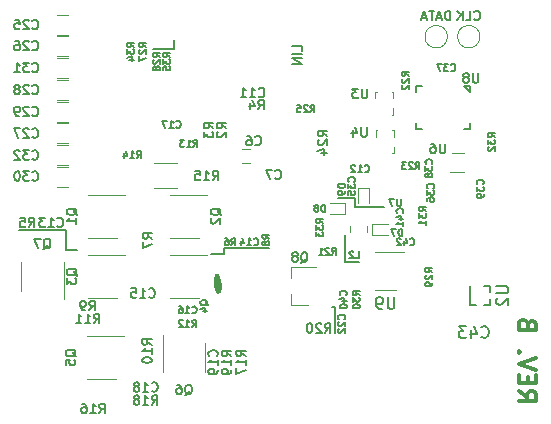
<source format=gbo>
G04 #@! TF.GenerationSoftware,KiCad,Pcbnew,5.0.2-bee76a0~70~ubuntu18.04.1*
G04 #@! TF.CreationDate,2018-12-08T03:17:05+01:00*
G04 #@! TF.ProjectId,Roboy_motorboard,526f626f-795f-46d6-9f74-6f72626f6172,rev?*
G04 #@! TF.SameCoordinates,Original*
G04 #@! TF.FileFunction,Legend,Bot*
G04 #@! TF.FilePolarity,Positive*
%FSLAX46Y46*%
G04 Gerber Fmt 4.6, Leading zero omitted, Abs format (unit mm)*
G04 Created by KiCad (PCBNEW 5.0.2-bee76a0~70~ubuntu18.04.1) date Sat 08 Dec 2018 03:17:05 CET*
%MOMM*%
%LPD*%
G01*
G04 APERTURE LIST*
%ADD10C,0.300000*%
%ADD11C,0.200000*%
%ADD12C,0.150000*%
%ADD13C,0.120000*%
%ADD14C,0.010000*%
G04 APERTURE END LIST*
D10*
X138221428Y-112885714D02*
X138935714Y-113385714D01*
X138221428Y-113742857D02*
X139721428Y-113742857D01*
X139721428Y-113171428D01*
X139650000Y-113028571D01*
X139578571Y-112957142D01*
X139435714Y-112885714D01*
X139221428Y-112885714D01*
X139078571Y-112957142D01*
X139007142Y-113028571D01*
X138935714Y-113171428D01*
X138935714Y-113742857D01*
X139007142Y-112242857D02*
X139007142Y-111742857D01*
X138221428Y-111528571D02*
X138221428Y-112242857D01*
X139721428Y-112242857D01*
X139721428Y-111528571D01*
X139721428Y-111100000D02*
X138221428Y-110600000D01*
X139721428Y-110100000D01*
X138364285Y-109600000D02*
X138292857Y-109528571D01*
X138221428Y-109600000D01*
X138292857Y-109671428D01*
X138364285Y-109600000D01*
X138221428Y-109600000D01*
X139007142Y-107242857D02*
X138935714Y-107028571D01*
X138864285Y-106957142D01*
X138721428Y-106885714D01*
X138507142Y-106885714D01*
X138364285Y-106957142D01*
X138292857Y-107028571D01*
X138221428Y-107171428D01*
X138221428Y-107742857D01*
X139721428Y-107742857D01*
X139721428Y-107242857D01*
X139650000Y-107100000D01*
X139578571Y-107028571D01*
X139435714Y-106957142D01*
X139292857Y-106957142D01*
X139150000Y-107028571D01*
X139078571Y-107100000D01*
X139007142Y-107242857D01*
X139007142Y-107742857D01*
D11*
X109050000Y-83950000D02*
X109050000Y-83200000D01*
X107250000Y-83950000D02*
X109050000Y-83950000D01*
X123500000Y-101950000D02*
X123500000Y-99650000D01*
X124750000Y-101950000D02*
X123500000Y-101950000D01*
X124400000Y-96550000D02*
X122950000Y-96550000D01*
X124400000Y-97300000D02*
X124400000Y-96550000D01*
X126800000Y-97300000D02*
X124400000Y-97300000D01*
X122700000Y-105750000D02*
X122450000Y-105750000D01*
X122700000Y-108000000D02*
X122700000Y-105750000D01*
X113300000Y-100800000D02*
X117100000Y-100800000D01*
X113300000Y-101300000D02*
X113300000Y-100800000D01*
D12*
X134476190Y-81435714D02*
X134514285Y-81473809D01*
X134628571Y-81511904D01*
X134704761Y-81511904D01*
X134819047Y-81473809D01*
X134895238Y-81397619D01*
X134933333Y-81321428D01*
X134971428Y-81169047D01*
X134971428Y-81054761D01*
X134933333Y-80902380D01*
X134895238Y-80826190D01*
X134819047Y-80750000D01*
X134704761Y-80711904D01*
X134628571Y-80711904D01*
X134514285Y-80750000D01*
X134476190Y-80788095D01*
X133752380Y-81511904D02*
X134133333Y-81511904D01*
X134133333Y-80711904D01*
X133485714Y-81511904D02*
X133485714Y-80711904D01*
X133028571Y-81511904D02*
X133371428Y-81054761D01*
X133028571Y-80711904D02*
X133485714Y-81169047D01*
X132450000Y-81511904D02*
X132450000Y-80711904D01*
X132259523Y-80711904D01*
X132145238Y-80750000D01*
X132069047Y-80826190D01*
X132030952Y-80902380D01*
X131992857Y-81054761D01*
X131992857Y-81169047D01*
X132030952Y-81321428D01*
X132069047Y-81397619D01*
X132145238Y-81473809D01*
X132259523Y-81511904D01*
X132450000Y-81511904D01*
X131688095Y-81283333D02*
X131307142Y-81283333D01*
X131764285Y-81511904D02*
X131497619Y-80711904D01*
X131230952Y-81511904D01*
X131078571Y-80711904D02*
X130621428Y-80711904D01*
X130850000Y-81511904D02*
X130850000Y-80711904D01*
X130392857Y-81283333D02*
X130011904Y-81283333D01*
X130469047Y-81511904D02*
X130202380Y-80711904D01*
X129935714Y-81511904D01*
X119861904Y-84088095D02*
X119861904Y-83707142D01*
X119061904Y-83707142D01*
X119861904Y-84354761D02*
X119061904Y-84354761D01*
X119861904Y-84735714D02*
X119061904Y-84735714D01*
X119861904Y-85192857D01*
X119061904Y-85192857D01*
D11*
X113300000Y-101300000D02*
X112200000Y-101300000D01*
X99900000Y-101000000D02*
X100800000Y-101000000D01*
X99900000Y-99250000D02*
X99900000Y-101000000D01*
X95900000Y-99250000D02*
X99900000Y-99250000D01*
D13*
G04 #@! TO.C,Q7*
X99717000Y-105087500D02*
X99717000Y-101957500D01*
X96117000Y-104417500D02*
X96117000Y-101957500D01*
G04 #@! TO.C,Q8*
X118940000Y-105580000D02*
X118940000Y-104650000D01*
X118940000Y-102420000D02*
X118940000Y-103350000D01*
X118940000Y-102420000D02*
X121100000Y-102420000D01*
X118940000Y-105580000D02*
X120400000Y-105580000D01*
G04 #@! TO.C,R15*
X107331200Y-95734000D02*
X109331200Y-95734000D01*
X109331200Y-93594000D02*
X107331200Y-93594000D01*
G04 #@! TO.C,C6*
X114800000Y-93575000D02*
X115500000Y-93575000D01*
X115500000Y-92375000D02*
X114800000Y-92375000D01*
G04 #@! TO.C,C25*
X100099750Y-82733250D02*
X99099750Y-82733250D01*
X99099750Y-81033250D02*
X100099750Y-81033250D01*
G04 #@! TO.C,C26*
X100099750Y-84574750D02*
X99099750Y-84574750D01*
X99099750Y-82874750D02*
X100099750Y-82874750D01*
G04 #@! TO.C,C27*
X100099750Y-91940750D02*
X99099750Y-91940750D01*
X99099750Y-90240750D02*
X100099750Y-90240750D01*
G04 #@! TO.C,C28*
X100099750Y-88257750D02*
X99099750Y-88257750D01*
X99099750Y-86557750D02*
X100099750Y-86557750D01*
G04 #@! TO.C,C29*
X100099750Y-90099250D02*
X99099750Y-90099250D01*
X99099750Y-88399250D02*
X100099750Y-88399250D01*
G04 #@! TO.C,C30*
X100099750Y-95623750D02*
X99099750Y-95623750D01*
X99099750Y-93923750D02*
X100099750Y-93923750D01*
G04 #@! TO.C,C31*
X100099750Y-86416250D02*
X99099750Y-86416250D01*
X99099750Y-84716250D02*
X100099750Y-84716250D01*
G04 #@! TO.C,C32*
X100099750Y-93782250D02*
X99099750Y-93782250D01*
X99099750Y-92082250D02*
X100099750Y-92082250D01*
G04 #@! TO.C,Q1*
X104253250Y-99915250D02*
X101793250Y-99915250D01*
X104923250Y-96315250D02*
X101793250Y-96315250D01*
G04 #@! TO.C,Q2*
X111174750Y-99915250D02*
X108714750Y-99915250D01*
X111844750Y-96315250D02*
X108714750Y-96315250D01*
G04 #@! TO.C,Q3*
X104189750Y-104995250D02*
X101729750Y-104995250D01*
X104859750Y-101395250D02*
X101729750Y-101395250D01*
G04 #@! TO.C,Q4*
X111174750Y-104995250D02*
X108714750Y-104995250D01*
X111844750Y-101395250D02*
X108714750Y-101395250D01*
G04 #@! TO.C,Q5*
X104177050Y-111840550D02*
X101717050Y-111840550D01*
X104847050Y-108240550D02*
X101717050Y-108240550D01*
G04 #@! TO.C,Q6*
X111705800Y-108802800D02*
X111705800Y-111262800D01*
X108105800Y-108132800D02*
X108105800Y-111262800D01*
G04 #@! TO.C,U3*
X127610000Y-88975000D02*
X127610000Y-89510000D01*
X127610000Y-87590000D02*
X127610000Y-88125000D01*
X127610000Y-87590000D02*
X127475000Y-87590000D01*
X126225000Y-87590000D02*
X126090000Y-87590000D01*
X127610000Y-89510000D02*
X127475000Y-89510000D01*
X126090000Y-87590000D02*
X126090000Y-88125000D01*
G04 #@! TO.C,U4*
X127660000Y-92225000D02*
X127660000Y-92760000D01*
X127660000Y-90840000D02*
X127660000Y-91375000D01*
X127660000Y-90840000D02*
X127525000Y-90840000D01*
X126275000Y-90840000D02*
X126140000Y-90840000D01*
X127660000Y-92760000D02*
X127525000Y-92760000D01*
X126140000Y-90840000D02*
X126140000Y-91375000D01*
G04 #@! TO.C,U6*
X133575000Y-92775000D02*
X132575000Y-92775000D01*
X133575000Y-94375000D02*
X132375000Y-94375000D01*
G04 #@! TO.C,J8*
X132200000Y-82900000D02*
G75*
G03X132200000Y-82900000I-950000J0D01*
G01*
G04 #@! TO.C,J9*
X134950000Y-82900000D02*
G75*
G03X134950000Y-82900000I-950000J0D01*
G01*
D14*
G04 #@! TO.C,G\002A\002A\002A*
G36*
X112621799Y-102979738D02*
X112601652Y-102981965D01*
X112584137Y-102985564D01*
X112568812Y-102991308D01*
X112555234Y-102999971D01*
X112542961Y-103012324D01*
X112531550Y-103029140D01*
X112520560Y-103051193D01*
X112509547Y-103079255D01*
X112498069Y-103114099D01*
X112485684Y-103156498D01*
X112471950Y-103207225D01*
X112456423Y-103267052D01*
X112455701Y-103269867D01*
X112438494Y-103342474D01*
X112424460Y-103414276D01*
X112413311Y-103487443D01*
X112404762Y-103564150D01*
X112398526Y-103646569D01*
X112394391Y-103734760D01*
X112393283Y-103768405D01*
X112392778Y-103794525D01*
X112393067Y-103815749D01*
X112394342Y-103834703D01*
X112396792Y-103854014D01*
X112400609Y-103876309D01*
X112405984Y-103904217D01*
X112407128Y-103910020D01*
X112423609Y-103988711D01*
X112441135Y-104063406D01*
X112459454Y-104133339D01*
X112478313Y-104197741D01*
X112497459Y-104255845D01*
X112516641Y-104306882D01*
X112535606Y-104350085D01*
X112554100Y-104384686D01*
X112571343Y-104409293D01*
X112582047Y-104422749D01*
X112596323Y-104441717D01*
X112612025Y-104463311D01*
X112622513Y-104478152D01*
X112648014Y-104512275D01*
X112671778Y-104539201D01*
X112693078Y-104558184D01*
X112710177Y-104568106D01*
X112722152Y-104570698D01*
X112739851Y-104572358D01*
X112754361Y-104572712D01*
X112770951Y-104571866D01*
X112786231Y-104569024D01*
X112803254Y-104563303D01*
X112825071Y-104553818D01*
X112834040Y-104549618D01*
X112856808Y-104537894D01*
X112878294Y-104525181D01*
X112895348Y-104513418D01*
X112901801Y-104507955D01*
X112924702Y-104479710D01*
X112944772Y-104441883D01*
X112962028Y-104394420D01*
X112976493Y-104337269D01*
X112985041Y-104291020D01*
X112987558Y-104273764D01*
X112989578Y-104255587D01*
X112991152Y-104235174D01*
X112992328Y-104211208D01*
X112993157Y-104182375D01*
X112993688Y-104147359D01*
X112993971Y-104104844D01*
X112994055Y-104053516D01*
X112994055Y-104052260D01*
X112993932Y-103995778D01*
X112993486Y-103947431D01*
X112992597Y-103905192D01*
X112991143Y-103867037D01*
X112989003Y-103830942D01*
X112986058Y-103794882D01*
X112982186Y-103756833D01*
X112977266Y-103714769D01*
X112971177Y-103666667D01*
X112970932Y-103664778D01*
X112961874Y-103607754D01*
X112949024Y-103545299D01*
X112932969Y-103479301D01*
X112914294Y-103411648D01*
X112893587Y-103344227D01*
X112871435Y-103278927D01*
X112848423Y-103217635D01*
X112825138Y-103162239D01*
X112802168Y-103114626D01*
X112796970Y-103104937D01*
X112769103Y-103060835D01*
X112738017Y-103023517D01*
X112737412Y-103022896D01*
X112714620Y-103001619D01*
X112693932Y-102987902D01*
X112672237Y-102980583D01*
X112646425Y-102978502D01*
X112621799Y-102979738D01*
X112621799Y-102979738D01*
G37*
X112621799Y-102979738D02*
X112601652Y-102981965D01*
X112584137Y-102985564D01*
X112568812Y-102991308D01*
X112555234Y-102999971D01*
X112542961Y-103012324D01*
X112531550Y-103029140D01*
X112520560Y-103051193D01*
X112509547Y-103079255D01*
X112498069Y-103114099D01*
X112485684Y-103156498D01*
X112471950Y-103207225D01*
X112456423Y-103267052D01*
X112455701Y-103269867D01*
X112438494Y-103342474D01*
X112424460Y-103414276D01*
X112413311Y-103487443D01*
X112404762Y-103564150D01*
X112398526Y-103646569D01*
X112394391Y-103734760D01*
X112393283Y-103768405D01*
X112392778Y-103794525D01*
X112393067Y-103815749D01*
X112394342Y-103834703D01*
X112396792Y-103854014D01*
X112400609Y-103876309D01*
X112405984Y-103904217D01*
X112407128Y-103910020D01*
X112423609Y-103988711D01*
X112441135Y-104063406D01*
X112459454Y-104133339D01*
X112478313Y-104197741D01*
X112497459Y-104255845D01*
X112516641Y-104306882D01*
X112535606Y-104350085D01*
X112554100Y-104384686D01*
X112571343Y-104409293D01*
X112582047Y-104422749D01*
X112596323Y-104441717D01*
X112612025Y-104463311D01*
X112622513Y-104478152D01*
X112648014Y-104512275D01*
X112671778Y-104539201D01*
X112693078Y-104558184D01*
X112710177Y-104568106D01*
X112722152Y-104570698D01*
X112739851Y-104572358D01*
X112754361Y-104572712D01*
X112770951Y-104571866D01*
X112786231Y-104569024D01*
X112803254Y-104563303D01*
X112825071Y-104553818D01*
X112834040Y-104549618D01*
X112856808Y-104537894D01*
X112878294Y-104525181D01*
X112895348Y-104513418D01*
X112901801Y-104507955D01*
X112924702Y-104479710D01*
X112944772Y-104441883D01*
X112962028Y-104394420D01*
X112976493Y-104337269D01*
X112985041Y-104291020D01*
X112987558Y-104273764D01*
X112989578Y-104255587D01*
X112991152Y-104235174D01*
X112992328Y-104211208D01*
X112993157Y-104182375D01*
X112993688Y-104147359D01*
X112993971Y-104104844D01*
X112994055Y-104053516D01*
X112994055Y-104052260D01*
X112993932Y-103995778D01*
X112993486Y-103947431D01*
X112992597Y-103905192D01*
X112991143Y-103867037D01*
X112989003Y-103830942D01*
X112986058Y-103794882D01*
X112982186Y-103756833D01*
X112977266Y-103714769D01*
X112971177Y-103666667D01*
X112970932Y-103664778D01*
X112961874Y-103607754D01*
X112949024Y-103545299D01*
X112932969Y-103479301D01*
X112914294Y-103411648D01*
X112893587Y-103344227D01*
X112871435Y-103278927D01*
X112848423Y-103217635D01*
X112825138Y-103162239D01*
X112802168Y-103114626D01*
X112796970Y-103104937D01*
X112769103Y-103060835D01*
X112738017Y-103023517D01*
X112737412Y-103022896D01*
X112714620Y-103001619D01*
X112693932Y-102987902D01*
X112672237Y-102980583D01*
X112646425Y-102978502D01*
X112621799Y-102979738D01*
D13*
G04 #@! TO.C,D7*
X125850000Y-99700000D02*
X125850000Y-98800000D01*
X127150000Y-99700000D02*
X125850000Y-99700000D01*
X127150000Y-98800000D02*
X125850000Y-98800000D01*
D12*
G04 #@! TO.C,U8*
X134120000Y-87110000D02*
X133620000Y-87110000D01*
X134120000Y-87610000D02*
X134120000Y-87110000D01*
X129520000Y-87110000D02*
X130020000Y-87110000D01*
X129520000Y-87110000D02*
X129520000Y-87610000D01*
X129520000Y-90710000D02*
X129520000Y-90210000D01*
X129520000Y-90710000D02*
X130020000Y-90710000D01*
X134120000Y-90710000D02*
X133620000Y-90710000D01*
X134120000Y-90710000D02*
X134120000Y-90210000D01*
X134120000Y-87610000D02*
X133620000Y-87110000D01*
D13*
G04 #@! TO.C,U9*
X127850000Y-104360000D02*
X126050000Y-104360000D01*
X126050000Y-101140000D02*
X128500000Y-101140000D01*
G04 #@! TO.C,L2*
X125360000Y-99408578D02*
X125360000Y-98891422D01*
X123940000Y-99408578D02*
X123940000Y-98891422D01*
G04 #@! TO.C,D8*
X122250000Y-97900000D02*
X123550000Y-97900000D01*
X122250000Y-97000000D02*
X123550000Y-97000000D01*
X123550000Y-97000000D02*
X123550000Y-97900000D01*
G04 #@! TO.C,D9*
X124650000Y-95700000D02*
X125550000Y-95700000D01*
X124650000Y-97000000D02*
X124650000Y-95700000D01*
X125550000Y-97000000D02*
X125550000Y-95700000D01*
D12*
G04 #@! TO.C,U2*
X134100000Y-105600000D02*
X134600000Y-105600000D01*
X135800000Y-104000000D02*
X135300000Y-104000000D01*
X135800000Y-104500000D02*
X135800000Y-104000000D01*
X135800000Y-105600000D02*
X135800000Y-105100000D01*
X135300000Y-105600000D02*
X135800000Y-105600000D01*
X134100000Y-104000000D02*
X134100000Y-105600000D01*
G04 #@! TO.C,Q7*
X97976190Y-100888095D02*
X98052380Y-100850000D01*
X98128571Y-100773809D01*
X98242857Y-100659523D01*
X98319047Y-100621428D01*
X98395238Y-100621428D01*
X98357142Y-100811904D02*
X98433333Y-100773809D01*
X98509523Y-100697619D01*
X98547619Y-100545238D01*
X98547619Y-100278571D01*
X98509523Y-100126190D01*
X98433333Y-100050000D01*
X98357142Y-100011904D01*
X98204761Y-100011904D01*
X98128571Y-100050000D01*
X98052380Y-100126190D01*
X98014285Y-100278571D01*
X98014285Y-100545238D01*
X98052380Y-100697619D01*
X98128571Y-100773809D01*
X98204761Y-100811904D01*
X98357142Y-100811904D01*
X97747619Y-100011904D02*
X97214285Y-100011904D01*
X97557142Y-100811904D01*
G04 #@! TO.C,Q8*
X119776190Y-102038095D02*
X119852380Y-102000000D01*
X119928571Y-101923809D01*
X120042857Y-101809523D01*
X120119047Y-101771428D01*
X120195238Y-101771428D01*
X120157142Y-101961904D02*
X120233333Y-101923809D01*
X120309523Y-101847619D01*
X120347619Y-101695238D01*
X120347619Y-101428571D01*
X120309523Y-101276190D01*
X120233333Y-101200000D01*
X120157142Y-101161904D01*
X120004761Y-101161904D01*
X119928571Y-101200000D01*
X119852380Y-101276190D01*
X119814285Y-101428571D01*
X119814285Y-101695238D01*
X119852380Y-101847619D01*
X119928571Y-101923809D01*
X120004761Y-101961904D01*
X120157142Y-101961904D01*
X119357142Y-101504761D02*
X119433333Y-101466666D01*
X119471428Y-101428571D01*
X119509523Y-101352380D01*
X119509523Y-101314285D01*
X119471428Y-101238095D01*
X119433333Y-101200000D01*
X119357142Y-101161904D01*
X119204761Y-101161904D01*
X119128571Y-101200000D01*
X119090476Y-101238095D01*
X119052380Y-101314285D01*
X119052380Y-101352380D01*
X119090476Y-101428571D01*
X119128571Y-101466666D01*
X119204761Y-101504761D01*
X119357142Y-101504761D01*
X119433333Y-101542857D01*
X119471428Y-101580952D01*
X119509523Y-101657142D01*
X119509523Y-101809523D01*
X119471428Y-101885714D01*
X119433333Y-101923809D01*
X119357142Y-101961904D01*
X119204761Y-101961904D01*
X119128571Y-101923809D01*
X119090476Y-101885714D01*
X119052380Y-101809523D01*
X119052380Y-101657142D01*
X119090476Y-101580952D01*
X119128571Y-101542857D01*
X119204761Y-101504761D01*
G04 #@! TO.C,R15*
X112314285Y-95061904D02*
X112580952Y-94680952D01*
X112771428Y-95061904D02*
X112771428Y-94261904D01*
X112466666Y-94261904D01*
X112390476Y-94300000D01*
X112352380Y-94338095D01*
X112314285Y-94414285D01*
X112314285Y-94528571D01*
X112352380Y-94604761D01*
X112390476Y-94642857D01*
X112466666Y-94680952D01*
X112771428Y-94680952D01*
X111552380Y-95061904D02*
X112009523Y-95061904D01*
X111780952Y-95061904D02*
X111780952Y-94261904D01*
X111857142Y-94376190D01*
X111933333Y-94452380D01*
X112009523Y-94490476D01*
X110828571Y-94261904D02*
X111209523Y-94261904D01*
X111247619Y-94642857D01*
X111209523Y-94604761D01*
X111133333Y-94566666D01*
X110942857Y-94566666D01*
X110866666Y-94604761D01*
X110828571Y-94642857D01*
X110790476Y-94719047D01*
X110790476Y-94909523D01*
X110828571Y-94985714D01*
X110866666Y-95023809D01*
X110942857Y-95061904D01*
X111133333Y-95061904D01*
X111209523Y-95023809D01*
X111247619Y-94985714D01*
G04 #@! TO.C,C6*
X115933333Y-92035714D02*
X115971428Y-92073809D01*
X116085714Y-92111904D01*
X116161904Y-92111904D01*
X116276190Y-92073809D01*
X116352380Y-91997619D01*
X116390476Y-91921428D01*
X116428571Y-91769047D01*
X116428571Y-91654761D01*
X116390476Y-91502380D01*
X116352380Y-91426190D01*
X116276190Y-91350000D01*
X116161904Y-91311904D01*
X116085714Y-91311904D01*
X115971428Y-91350000D01*
X115933333Y-91388095D01*
X115247619Y-91311904D02*
X115400000Y-91311904D01*
X115476190Y-91350000D01*
X115514285Y-91388095D01*
X115590476Y-91502380D01*
X115628571Y-91654761D01*
X115628571Y-91959523D01*
X115590476Y-92035714D01*
X115552380Y-92073809D01*
X115476190Y-92111904D01*
X115323809Y-92111904D01*
X115247619Y-92073809D01*
X115209523Y-92035714D01*
X115171428Y-91959523D01*
X115171428Y-91769047D01*
X115209523Y-91692857D01*
X115247619Y-91654761D01*
X115323809Y-91616666D01*
X115476190Y-91616666D01*
X115552380Y-91654761D01*
X115590476Y-91692857D01*
X115628571Y-91769047D01*
G04 #@! TO.C,C25*
X97064285Y-82185714D02*
X97102380Y-82223809D01*
X97216666Y-82261904D01*
X97292857Y-82261904D01*
X97407142Y-82223809D01*
X97483333Y-82147619D01*
X97521428Y-82071428D01*
X97559523Y-81919047D01*
X97559523Y-81804761D01*
X97521428Y-81652380D01*
X97483333Y-81576190D01*
X97407142Y-81500000D01*
X97292857Y-81461904D01*
X97216666Y-81461904D01*
X97102380Y-81500000D01*
X97064285Y-81538095D01*
X96759523Y-81538095D02*
X96721428Y-81500000D01*
X96645238Y-81461904D01*
X96454761Y-81461904D01*
X96378571Y-81500000D01*
X96340476Y-81538095D01*
X96302380Y-81614285D01*
X96302380Y-81690476D01*
X96340476Y-81804761D01*
X96797619Y-82261904D01*
X96302380Y-82261904D01*
X95578571Y-81461904D02*
X95959523Y-81461904D01*
X95997619Y-81842857D01*
X95959523Y-81804761D01*
X95883333Y-81766666D01*
X95692857Y-81766666D01*
X95616666Y-81804761D01*
X95578571Y-81842857D01*
X95540476Y-81919047D01*
X95540476Y-82109523D01*
X95578571Y-82185714D01*
X95616666Y-82223809D01*
X95692857Y-82261904D01*
X95883333Y-82261904D01*
X95959523Y-82223809D01*
X95997619Y-82185714D01*
G04 #@! TO.C,C26*
X97064285Y-83985714D02*
X97102380Y-84023809D01*
X97216666Y-84061904D01*
X97292857Y-84061904D01*
X97407142Y-84023809D01*
X97483333Y-83947619D01*
X97521428Y-83871428D01*
X97559523Y-83719047D01*
X97559523Y-83604761D01*
X97521428Y-83452380D01*
X97483333Y-83376190D01*
X97407142Y-83300000D01*
X97292857Y-83261904D01*
X97216666Y-83261904D01*
X97102380Y-83300000D01*
X97064285Y-83338095D01*
X96759523Y-83338095D02*
X96721428Y-83300000D01*
X96645238Y-83261904D01*
X96454761Y-83261904D01*
X96378571Y-83300000D01*
X96340476Y-83338095D01*
X96302380Y-83414285D01*
X96302380Y-83490476D01*
X96340476Y-83604761D01*
X96797619Y-84061904D01*
X96302380Y-84061904D01*
X95616666Y-83261904D02*
X95769047Y-83261904D01*
X95845238Y-83300000D01*
X95883333Y-83338095D01*
X95959523Y-83452380D01*
X95997619Y-83604761D01*
X95997619Y-83909523D01*
X95959523Y-83985714D01*
X95921428Y-84023809D01*
X95845238Y-84061904D01*
X95692857Y-84061904D01*
X95616666Y-84023809D01*
X95578571Y-83985714D01*
X95540476Y-83909523D01*
X95540476Y-83719047D01*
X95578571Y-83642857D01*
X95616666Y-83604761D01*
X95692857Y-83566666D01*
X95845238Y-83566666D01*
X95921428Y-83604761D01*
X95959523Y-83642857D01*
X95997619Y-83719047D01*
G04 #@! TO.C,C27*
X97064285Y-91385714D02*
X97102380Y-91423809D01*
X97216666Y-91461904D01*
X97292857Y-91461904D01*
X97407142Y-91423809D01*
X97483333Y-91347619D01*
X97521428Y-91271428D01*
X97559523Y-91119047D01*
X97559523Y-91004761D01*
X97521428Y-90852380D01*
X97483333Y-90776190D01*
X97407142Y-90700000D01*
X97292857Y-90661904D01*
X97216666Y-90661904D01*
X97102380Y-90700000D01*
X97064285Y-90738095D01*
X96759523Y-90738095D02*
X96721428Y-90700000D01*
X96645238Y-90661904D01*
X96454761Y-90661904D01*
X96378571Y-90700000D01*
X96340476Y-90738095D01*
X96302380Y-90814285D01*
X96302380Y-90890476D01*
X96340476Y-91004761D01*
X96797619Y-91461904D01*
X96302380Y-91461904D01*
X96035714Y-90661904D02*
X95502380Y-90661904D01*
X95845238Y-91461904D01*
G04 #@! TO.C,C28*
X97064285Y-87685714D02*
X97102380Y-87723809D01*
X97216666Y-87761904D01*
X97292857Y-87761904D01*
X97407142Y-87723809D01*
X97483333Y-87647619D01*
X97521428Y-87571428D01*
X97559523Y-87419047D01*
X97559523Y-87304761D01*
X97521428Y-87152380D01*
X97483333Y-87076190D01*
X97407142Y-87000000D01*
X97292857Y-86961904D01*
X97216666Y-86961904D01*
X97102380Y-87000000D01*
X97064285Y-87038095D01*
X96759523Y-87038095D02*
X96721428Y-87000000D01*
X96645238Y-86961904D01*
X96454761Y-86961904D01*
X96378571Y-87000000D01*
X96340476Y-87038095D01*
X96302380Y-87114285D01*
X96302380Y-87190476D01*
X96340476Y-87304761D01*
X96797619Y-87761904D01*
X96302380Y-87761904D01*
X95845238Y-87304761D02*
X95921428Y-87266666D01*
X95959523Y-87228571D01*
X95997619Y-87152380D01*
X95997619Y-87114285D01*
X95959523Y-87038095D01*
X95921428Y-87000000D01*
X95845238Y-86961904D01*
X95692857Y-86961904D01*
X95616666Y-87000000D01*
X95578571Y-87038095D01*
X95540476Y-87114285D01*
X95540476Y-87152380D01*
X95578571Y-87228571D01*
X95616666Y-87266666D01*
X95692857Y-87304761D01*
X95845238Y-87304761D01*
X95921428Y-87342857D01*
X95959523Y-87380952D01*
X95997619Y-87457142D01*
X95997619Y-87609523D01*
X95959523Y-87685714D01*
X95921428Y-87723809D01*
X95845238Y-87761904D01*
X95692857Y-87761904D01*
X95616666Y-87723809D01*
X95578571Y-87685714D01*
X95540476Y-87609523D01*
X95540476Y-87457142D01*
X95578571Y-87380952D01*
X95616666Y-87342857D01*
X95692857Y-87304761D01*
G04 #@! TO.C,C29*
X97064285Y-89535714D02*
X97102380Y-89573809D01*
X97216666Y-89611904D01*
X97292857Y-89611904D01*
X97407142Y-89573809D01*
X97483333Y-89497619D01*
X97521428Y-89421428D01*
X97559523Y-89269047D01*
X97559523Y-89154761D01*
X97521428Y-89002380D01*
X97483333Y-88926190D01*
X97407142Y-88850000D01*
X97292857Y-88811904D01*
X97216666Y-88811904D01*
X97102380Y-88850000D01*
X97064285Y-88888095D01*
X96759523Y-88888095D02*
X96721428Y-88850000D01*
X96645238Y-88811904D01*
X96454761Y-88811904D01*
X96378571Y-88850000D01*
X96340476Y-88888095D01*
X96302380Y-88964285D01*
X96302380Y-89040476D01*
X96340476Y-89154761D01*
X96797619Y-89611904D01*
X96302380Y-89611904D01*
X95921428Y-89611904D02*
X95769047Y-89611904D01*
X95692857Y-89573809D01*
X95654761Y-89535714D01*
X95578571Y-89421428D01*
X95540476Y-89269047D01*
X95540476Y-88964285D01*
X95578571Y-88888095D01*
X95616666Y-88850000D01*
X95692857Y-88811904D01*
X95845238Y-88811904D01*
X95921428Y-88850000D01*
X95959523Y-88888095D01*
X95997619Y-88964285D01*
X95997619Y-89154761D01*
X95959523Y-89230952D01*
X95921428Y-89269047D01*
X95845238Y-89307142D01*
X95692857Y-89307142D01*
X95616666Y-89269047D01*
X95578571Y-89230952D01*
X95540476Y-89154761D01*
G04 #@! TO.C,C30*
X97064285Y-95035714D02*
X97102380Y-95073809D01*
X97216666Y-95111904D01*
X97292857Y-95111904D01*
X97407142Y-95073809D01*
X97483333Y-94997619D01*
X97521428Y-94921428D01*
X97559523Y-94769047D01*
X97559523Y-94654761D01*
X97521428Y-94502380D01*
X97483333Y-94426190D01*
X97407142Y-94350000D01*
X97292857Y-94311904D01*
X97216666Y-94311904D01*
X97102380Y-94350000D01*
X97064285Y-94388095D01*
X96797619Y-94311904D02*
X96302380Y-94311904D01*
X96569047Y-94616666D01*
X96454761Y-94616666D01*
X96378571Y-94654761D01*
X96340476Y-94692857D01*
X96302380Y-94769047D01*
X96302380Y-94959523D01*
X96340476Y-95035714D01*
X96378571Y-95073809D01*
X96454761Y-95111904D01*
X96683333Y-95111904D01*
X96759523Y-95073809D01*
X96797619Y-95035714D01*
X95807142Y-94311904D02*
X95730952Y-94311904D01*
X95654761Y-94350000D01*
X95616666Y-94388095D01*
X95578571Y-94464285D01*
X95540476Y-94616666D01*
X95540476Y-94807142D01*
X95578571Y-94959523D01*
X95616666Y-95035714D01*
X95654761Y-95073809D01*
X95730952Y-95111904D01*
X95807142Y-95111904D01*
X95883333Y-95073809D01*
X95921428Y-95035714D01*
X95959523Y-94959523D01*
X95997619Y-94807142D01*
X95997619Y-94616666D01*
X95959523Y-94464285D01*
X95921428Y-94388095D01*
X95883333Y-94350000D01*
X95807142Y-94311904D01*
G04 #@! TO.C,C31*
X97064285Y-85835714D02*
X97102380Y-85873809D01*
X97216666Y-85911904D01*
X97292857Y-85911904D01*
X97407142Y-85873809D01*
X97483333Y-85797619D01*
X97521428Y-85721428D01*
X97559523Y-85569047D01*
X97559523Y-85454761D01*
X97521428Y-85302380D01*
X97483333Y-85226190D01*
X97407142Y-85150000D01*
X97292857Y-85111904D01*
X97216666Y-85111904D01*
X97102380Y-85150000D01*
X97064285Y-85188095D01*
X96797619Y-85111904D02*
X96302380Y-85111904D01*
X96569047Y-85416666D01*
X96454761Y-85416666D01*
X96378571Y-85454761D01*
X96340476Y-85492857D01*
X96302380Y-85569047D01*
X96302380Y-85759523D01*
X96340476Y-85835714D01*
X96378571Y-85873809D01*
X96454761Y-85911904D01*
X96683333Y-85911904D01*
X96759523Y-85873809D01*
X96797619Y-85835714D01*
X95540476Y-85911904D02*
X95997619Y-85911904D01*
X95769047Y-85911904D02*
X95769047Y-85111904D01*
X95845238Y-85226190D01*
X95921428Y-85302380D01*
X95997619Y-85340476D01*
G04 #@! TO.C,C32*
X97064285Y-93235714D02*
X97102380Y-93273809D01*
X97216666Y-93311904D01*
X97292857Y-93311904D01*
X97407142Y-93273809D01*
X97483333Y-93197619D01*
X97521428Y-93121428D01*
X97559523Y-92969047D01*
X97559523Y-92854761D01*
X97521428Y-92702380D01*
X97483333Y-92626190D01*
X97407142Y-92550000D01*
X97292857Y-92511904D01*
X97216666Y-92511904D01*
X97102380Y-92550000D01*
X97064285Y-92588095D01*
X96797619Y-92511904D02*
X96302380Y-92511904D01*
X96569047Y-92816666D01*
X96454761Y-92816666D01*
X96378571Y-92854761D01*
X96340476Y-92892857D01*
X96302380Y-92969047D01*
X96302380Y-93159523D01*
X96340476Y-93235714D01*
X96378571Y-93273809D01*
X96454761Y-93311904D01*
X96683333Y-93311904D01*
X96759523Y-93273809D01*
X96797619Y-93235714D01*
X95997619Y-92588095D02*
X95959523Y-92550000D01*
X95883333Y-92511904D01*
X95692857Y-92511904D01*
X95616666Y-92550000D01*
X95578571Y-92588095D01*
X95540476Y-92664285D01*
X95540476Y-92740476D01*
X95578571Y-92854761D01*
X96035714Y-93311904D01*
X95540476Y-93311904D01*
G04 #@! TO.C,Q1*
X100838095Y-98023809D02*
X100800000Y-97947619D01*
X100723809Y-97871428D01*
X100609523Y-97757142D01*
X100571428Y-97680952D01*
X100571428Y-97604761D01*
X100761904Y-97642857D02*
X100723809Y-97566666D01*
X100647619Y-97490476D01*
X100495238Y-97452380D01*
X100228571Y-97452380D01*
X100076190Y-97490476D01*
X100000000Y-97566666D01*
X99961904Y-97642857D01*
X99961904Y-97795238D01*
X100000000Y-97871428D01*
X100076190Y-97947619D01*
X100228571Y-97985714D01*
X100495238Y-97985714D01*
X100647619Y-97947619D01*
X100723809Y-97871428D01*
X100761904Y-97795238D01*
X100761904Y-97642857D01*
X100761904Y-98747619D02*
X100761904Y-98290476D01*
X100761904Y-98519047D02*
X99961904Y-98519047D01*
X100076190Y-98442857D01*
X100152380Y-98366666D01*
X100190476Y-98290476D01*
G04 #@! TO.C,Q2*
X113038095Y-98023809D02*
X113000000Y-97947619D01*
X112923809Y-97871428D01*
X112809523Y-97757142D01*
X112771428Y-97680952D01*
X112771428Y-97604761D01*
X112961904Y-97642857D02*
X112923809Y-97566666D01*
X112847619Y-97490476D01*
X112695238Y-97452380D01*
X112428571Y-97452380D01*
X112276190Y-97490476D01*
X112200000Y-97566666D01*
X112161904Y-97642857D01*
X112161904Y-97795238D01*
X112200000Y-97871428D01*
X112276190Y-97947619D01*
X112428571Y-97985714D01*
X112695238Y-97985714D01*
X112847619Y-97947619D01*
X112923809Y-97871428D01*
X112961904Y-97795238D01*
X112961904Y-97642857D01*
X112238095Y-98290476D02*
X112200000Y-98328571D01*
X112161904Y-98404761D01*
X112161904Y-98595238D01*
X112200000Y-98671428D01*
X112238095Y-98709523D01*
X112314285Y-98747619D01*
X112390476Y-98747619D01*
X112504761Y-98709523D01*
X112961904Y-98252380D01*
X112961904Y-98747619D01*
G04 #@! TO.C,Q3*
X100838095Y-103123809D02*
X100800000Y-103047619D01*
X100723809Y-102971428D01*
X100609523Y-102857142D01*
X100571428Y-102780952D01*
X100571428Y-102704761D01*
X100761904Y-102742857D02*
X100723809Y-102666666D01*
X100647619Y-102590476D01*
X100495238Y-102552380D01*
X100228571Y-102552380D01*
X100076190Y-102590476D01*
X100000000Y-102666666D01*
X99961904Y-102742857D01*
X99961904Y-102895238D01*
X100000000Y-102971428D01*
X100076190Y-103047619D01*
X100228571Y-103085714D01*
X100495238Y-103085714D01*
X100647619Y-103047619D01*
X100723809Y-102971428D01*
X100761904Y-102895238D01*
X100761904Y-102742857D01*
X99961904Y-103352380D02*
X99961904Y-103847619D01*
X100266666Y-103580952D01*
X100266666Y-103695238D01*
X100304761Y-103771428D01*
X100342857Y-103809523D01*
X100419047Y-103847619D01*
X100609523Y-103847619D01*
X100685714Y-103809523D01*
X100723809Y-103771428D01*
X100761904Y-103695238D01*
X100761904Y-103466666D01*
X100723809Y-103390476D01*
X100685714Y-103352380D01*
G04 #@! TO.C,Q4*
X111928571Y-105642857D02*
X111900000Y-105585714D01*
X111842857Y-105528571D01*
X111757142Y-105442857D01*
X111728571Y-105385714D01*
X111728571Y-105328571D01*
X111871428Y-105357142D02*
X111842857Y-105300000D01*
X111785714Y-105242857D01*
X111671428Y-105214285D01*
X111471428Y-105214285D01*
X111357142Y-105242857D01*
X111300000Y-105300000D01*
X111271428Y-105357142D01*
X111271428Y-105471428D01*
X111300000Y-105528571D01*
X111357142Y-105585714D01*
X111471428Y-105614285D01*
X111671428Y-105614285D01*
X111785714Y-105585714D01*
X111842857Y-105528571D01*
X111871428Y-105471428D01*
X111871428Y-105357142D01*
X111471428Y-106128571D02*
X111871428Y-106128571D01*
X111242857Y-105985714D02*
X111671428Y-105842857D01*
X111671428Y-106214285D01*
G04 #@! TO.C,Q5*
X100738095Y-109973809D02*
X100700000Y-109897619D01*
X100623809Y-109821428D01*
X100509523Y-109707142D01*
X100471428Y-109630952D01*
X100471428Y-109554761D01*
X100661904Y-109592857D02*
X100623809Y-109516666D01*
X100547619Y-109440476D01*
X100395238Y-109402380D01*
X100128571Y-109402380D01*
X99976190Y-109440476D01*
X99900000Y-109516666D01*
X99861904Y-109592857D01*
X99861904Y-109745238D01*
X99900000Y-109821428D01*
X99976190Y-109897619D01*
X100128571Y-109935714D01*
X100395238Y-109935714D01*
X100547619Y-109897619D01*
X100623809Y-109821428D01*
X100661904Y-109745238D01*
X100661904Y-109592857D01*
X99861904Y-110659523D02*
X99861904Y-110278571D01*
X100242857Y-110240476D01*
X100204761Y-110278571D01*
X100166666Y-110354761D01*
X100166666Y-110545238D01*
X100204761Y-110621428D01*
X100242857Y-110659523D01*
X100319047Y-110697619D01*
X100509523Y-110697619D01*
X100585714Y-110659523D01*
X100623809Y-110621428D01*
X100661904Y-110545238D01*
X100661904Y-110354761D01*
X100623809Y-110278571D01*
X100585714Y-110240476D01*
G04 #@! TO.C,Q6*
X109976190Y-113238095D02*
X110052380Y-113200000D01*
X110128571Y-113123809D01*
X110242857Y-113009523D01*
X110319047Y-112971428D01*
X110395238Y-112971428D01*
X110357142Y-113161904D02*
X110433333Y-113123809D01*
X110509523Y-113047619D01*
X110547619Y-112895238D01*
X110547619Y-112628571D01*
X110509523Y-112476190D01*
X110433333Y-112400000D01*
X110357142Y-112361904D01*
X110204761Y-112361904D01*
X110128571Y-112400000D01*
X110052380Y-112476190D01*
X110014285Y-112628571D01*
X110014285Y-112895238D01*
X110052380Y-113047619D01*
X110128571Y-113123809D01*
X110204761Y-113161904D01*
X110357142Y-113161904D01*
X109328571Y-112361904D02*
X109480952Y-112361904D01*
X109557142Y-112400000D01*
X109595238Y-112438095D01*
X109671428Y-112552380D01*
X109709523Y-112704761D01*
X109709523Y-113009523D01*
X109671428Y-113085714D01*
X109633333Y-113123809D01*
X109557142Y-113161904D01*
X109404761Y-113161904D01*
X109328571Y-113123809D01*
X109290476Y-113085714D01*
X109252380Y-113009523D01*
X109252380Y-112819047D01*
X109290476Y-112742857D01*
X109328571Y-112704761D01*
X109404761Y-112666666D01*
X109557142Y-112666666D01*
X109633333Y-112704761D01*
X109671428Y-112742857D01*
X109709523Y-112819047D01*
G04 #@! TO.C,U3*
X125409523Y-87311904D02*
X125409523Y-87959523D01*
X125371428Y-88035714D01*
X125333333Y-88073809D01*
X125257142Y-88111904D01*
X125104761Y-88111904D01*
X125028571Y-88073809D01*
X124990476Y-88035714D01*
X124952380Y-87959523D01*
X124952380Y-87311904D01*
X124647619Y-87311904D02*
X124152380Y-87311904D01*
X124419047Y-87616666D01*
X124304761Y-87616666D01*
X124228571Y-87654761D01*
X124190476Y-87692857D01*
X124152380Y-87769047D01*
X124152380Y-87959523D01*
X124190476Y-88035714D01*
X124228571Y-88073809D01*
X124304761Y-88111904D01*
X124533333Y-88111904D01*
X124609523Y-88073809D01*
X124647619Y-88035714D01*
G04 #@! TO.C,U4*
X125359523Y-90561904D02*
X125359523Y-91209523D01*
X125321428Y-91285714D01*
X125283333Y-91323809D01*
X125207142Y-91361904D01*
X125054761Y-91361904D01*
X124978571Y-91323809D01*
X124940476Y-91285714D01*
X124902380Y-91209523D01*
X124902380Y-90561904D01*
X124178571Y-90828571D02*
X124178571Y-91361904D01*
X124369047Y-90523809D02*
X124559523Y-91095238D01*
X124064285Y-91095238D01*
G04 #@! TO.C,U6*
X132009523Y-91961904D02*
X132009523Y-92609523D01*
X131971428Y-92685714D01*
X131933333Y-92723809D01*
X131857142Y-92761904D01*
X131704761Y-92761904D01*
X131628571Y-92723809D01*
X131590476Y-92685714D01*
X131552380Y-92609523D01*
X131552380Y-91961904D01*
X130828571Y-91961904D02*
X130980952Y-91961904D01*
X131057142Y-92000000D01*
X131095238Y-92038095D01*
X131171428Y-92152380D01*
X131209523Y-92304761D01*
X131209523Y-92609523D01*
X131171428Y-92685714D01*
X131133333Y-92723809D01*
X131057142Y-92761904D01*
X130904761Y-92761904D01*
X130828571Y-92723809D01*
X130790476Y-92685714D01*
X130752380Y-92609523D01*
X130752380Y-92419047D01*
X130790476Y-92342857D01*
X130828571Y-92304761D01*
X130904761Y-92266666D01*
X131057142Y-92266666D01*
X131133333Y-92304761D01*
X131171428Y-92342857D01*
X131209523Y-92419047D01*
G04 #@! TO.C,C7*
X117633333Y-94885714D02*
X117671428Y-94923809D01*
X117785714Y-94961904D01*
X117861904Y-94961904D01*
X117976190Y-94923809D01*
X118052380Y-94847619D01*
X118090476Y-94771428D01*
X118128571Y-94619047D01*
X118128571Y-94504761D01*
X118090476Y-94352380D01*
X118052380Y-94276190D01*
X117976190Y-94200000D01*
X117861904Y-94161904D01*
X117785714Y-94161904D01*
X117671428Y-94200000D01*
X117633333Y-94238095D01*
X117366666Y-94161904D02*
X116833333Y-94161904D01*
X117176190Y-94961904D01*
G04 #@! TO.C,C11*
X116214285Y-87935714D02*
X116252380Y-87973809D01*
X116366666Y-88011904D01*
X116442857Y-88011904D01*
X116557142Y-87973809D01*
X116633333Y-87897619D01*
X116671428Y-87821428D01*
X116709523Y-87669047D01*
X116709523Y-87554761D01*
X116671428Y-87402380D01*
X116633333Y-87326190D01*
X116557142Y-87250000D01*
X116442857Y-87211904D01*
X116366666Y-87211904D01*
X116252380Y-87250000D01*
X116214285Y-87288095D01*
X115452380Y-88011904D02*
X115909523Y-88011904D01*
X115680952Y-88011904D02*
X115680952Y-87211904D01*
X115757142Y-87326190D01*
X115833333Y-87402380D01*
X115909523Y-87440476D01*
X114690476Y-88011904D02*
X115147619Y-88011904D01*
X114919047Y-88011904D02*
X114919047Y-87211904D01*
X114995238Y-87326190D01*
X115071428Y-87402380D01*
X115147619Y-87440476D01*
G04 #@! TO.C,C12*
X125185714Y-94314285D02*
X125214285Y-94342857D01*
X125300000Y-94371428D01*
X125357142Y-94371428D01*
X125442857Y-94342857D01*
X125500000Y-94285714D01*
X125528571Y-94228571D01*
X125557142Y-94114285D01*
X125557142Y-94028571D01*
X125528571Y-93914285D01*
X125500000Y-93857142D01*
X125442857Y-93800000D01*
X125357142Y-93771428D01*
X125300000Y-93771428D01*
X125214285Y-93800000D01*
X125185714Y-93828571D01*
X124614285Y-94371428D02*
X124957142Y-94371428D01*
X124785714Y-94371428D02*
X124785714Y-93771428D01*
X124842857Y-93857142D01*
X124900000Y-93914285D01*
X124957142Y-93942857D01*
X124385714Y-93828571D02*
X124357142Y-93800000D01*
X124300000Y-93771428D01*
X124157142Y-93771428D01*
X124100000Y-93800000D01*
X124071428Y-93828571D01*
X124042857Y-93885714D01*
X124042857Y-93942857D01*
X124071428Y-94028571D01*
X124414285Y-94371428D01*
X124042857Y-94371428D01*
G04 #@! TO.C,C13*
X99164285Y-98935714D02*
X99202380Y-98973809D01*
X99316666Y-99011904D01*
X99392857Y-99011904D01*
X99507142Y-98973809D01*
X99583333Y-98897619D01*
X99621428Y-98821428D01*
X99659523Y-98669047D01*
X99659523Y-98554761D01*
X99621428Y-98402380D01*
X99583333Y-98326190D01*
X99507142Y-98250000D01*
X99392857Y-98211904D01*
X99316666Y-98211904D01*
X99202380Y-98250000D01*
X99164285Y-98288095D01*
X98402380Y-99011904D02*
X98859523Y-99011904D01*
X98630952Y-99011904D02*
X98630952Y-98211904D01*
X98707142Y-98326190D01*
X98783333Y-98402380D01*
X98859523Y-98440476D01*
X98135714Y-98211904D02*
X97640476Y-98211904D01*
X97907142Y-98516666D01*
X97792857Y-98516666D01*
X97716666Y-98554761D01*
X97678571Y-98592857D01*
X97640476Y-98669047D01*
X97640476Y-98859523D01*
X97678571Y-98935714D01*
X97716666Y-98973809D01*
X97792857Y-99011904D01*
X98021428Y-99011904D01*
X98097619Y-98973809D01*
X98135714Y-98935714D01*
G04 #@! TO.C,C14*
X115785714Y-100514285D02*
X115814285Y-100542857D01*
X115900000Y-100571428D01*
X115957142Y-100571428D01*
X116042857Y-100542857D01*
X116100000Y-100485714D01*
X116128571Y-100428571D01*
X116157142Y-100314285D01*
X116157142Y-100228571D01*
X116128571Y-100114285D01*
X116100000Y-100057142D01*
X116042857Y-100000000D01*
X115957142Y-99971428D01*
X115900000Y-99971428D01*
X115814285Y-100000000D01*
X115785714Y-100028571D01*
X115214285Y-100571428D02*
X115557142Y-100571428D01*
X115385714Y-100571428D02*
X115385714Y-99971428D01*
X115442857Y-100057142D01*
X115500000Y-100114285D01*
X115557142Y-100142857D01*
X114700000Y-100171428D02*
X114700000Y-100571428D01*
X114842857Y-99942857D02*
X114985714Y-100371428D01*
X114614285Y-100371428D01*
G04 #@! TO.C,C15*
X106914285Y-104935714D02*
X106952380Y-104973809D01*
X107066666Y-105011904D01*
X107142857Y-105011904D01*
X107257142Y-104973809D01*
X107333333Y-104897619D01*
X107371428Y-104821428D01*
X107409523Y-104669047D01*
X107409523Y-104554761D01*
X107371428Y-104402380D01*
X107333333Y-104326190D01*
X107257142Y-104250000D01*
X107142857Y-104211904D01*
X107066666Y-104211904D01*
X106952380Y-104250000D01*
X106914285Y-104288095D01*
X106152380Y-105011904D02*
X106609523Y-105011904D01*
X106380952Y-105011904D02*
X106380952Y-104211904D01*
X106457142Y-104326190D01*
X106533333Y-104402380D01*
X106609523Y-104440476D01*
X105428571Y-104211904D02*
X105809523Y-104211904D01*
X105847619Y-104592857D01*
X105809523Y-104554761D01*
X105733333Y-104516666D01*
X105542857Y-104516666D01*
X105466666Y-104554761D01*
X105428571Y-104592857D01*
X105390476Y-104669047D01*
X105390476Y-104859523D01*
X105428571Y-104935714D01*
X105466666Y-104973809D01*
X105542857Y-105011904D01*
X105733333Y-105011904D01*
X105809523Y-104973809D01*
X105847619Y-104935714D01*
G04 #@! TO.C,C16*
X110585714Y-106264285D02*
X110614285Y-106292857D01*
X110700000Y-106321428D01*
X110757142Y-106321428D01*
X110842857Y-106292857D01*
X110900000Y-106235714D01*
X110928571Y-106178571D01*
X110957142Y-106064285D01*
X110957142Y-105978571D01*
X110928571Y-105864285D01*
X110900000Y-105807142D01*
X110842857Y-105750000D01*
X110757142Y-105721428D01*
X110700000Y-105721428D01*
X110614285Y-105750000D01*
X110585714Y-105778571D01*
X110014285Y-106321428D02*
X110357142Y-106321428D01*
X110185714Y-106321428D02*
X110185714Y-105721428D01*
X110242857Y-105807142D01*
X110300000Y-105864285D01*
X110357142Y-105892857D01*
X109500000Y-105721428D02*
X109614285Y-105721428D01*
X109671428Y-105750000D01*
X109700000Y-105778571D01*
X109757142Y-105864285D01*
X109785714Y-105978571D01*
X109785714Y-106207142D01*
X109757142Y-106264285D01*
X109728571Y-106292857D01*
X109671428Y-106321428D01*
X109557142Y-106321428D01*
X109500000Y-106292857D01*
X109471428Y-106264285D01*
X109442857Y-106207142D01*
X109442857Y-106064285D01*
X109471428Y-106007142D01*
X109500000Y-105978571D01*
X109557142Y-105950000D01*
X109671428Y-105950000D01*
X109728571Y-105978571D01*
X109757142Y-106007142D01*
X109785714Y-106064285D01*
G04 #@! TO.C,C17*
X109235714Y-90564285D02*
X109264285Y-90592857D01*
X109350000Y-90621428D01*
X109407142Y-90621428D01*
X109492857Y-90592857D01*
X109550000Y-90535714D01*
X109578571Y-90478571D01*
X109607142Y-90364285D01*
X109607142Y-90278571D01*
X109578571Y-90164285D01*
X109550000Y-90107142D01*
X109492857Y-90050000D01*
X109407142Y-90021428D01*
X109350000Y-90021428D01*
X109264285Y-90050000D01*
X109235714Y-90078571D01*
X108664285Y-90621428D02*
X109007142Y-90621428D01*
X108835714Y-90621428D02*
X108835714Y-90021428D01*
X108892857Y-90107142D01*
X108950000Y-90164285D01*
X109007142Y-90192857D01*
X108464285Y-90021428D02*
X108064285Y-90021428D01*
X108321428Y-90621428D01*
G04 #@! TO.C,C18*
X107164285Y-112885714D02*
X107202380Y-112923809D01*
X107316666Y-112961904D01*
X107392857Y-112961904D01*
X107507142Y-112923809D01*
X107583333Y-112847619D01*
X107621428Y-112771428D01*
X107659523Y-112619047D01*
X107659523Y-112504761D01*
X107621428Y-112352380D01*
X107583333Y-112276190D01*
X107507142Y-112200000D01*
X107392857Y-112161904D01*
X107316666Y-112161904D01*
X107202380Y-112200000D01*
X107164285Y-112238095D01*
X106402380Y-112961904D02*
X106859523Y-112961904D01*
X106630952Y-112961904D02*
X106630952Y-112161904D01*
X106707142Y-112276190D01*
X106783333Y-112352380D01*
X106859523Y-112390476D01*
X105945238Y-112504761D02*
X106021428Y-112466666D01*
X106059523Y-112428571D01*
X106097619Y-112352380D01*
X106097619Y-112314285D01*
X106059523Y-112238095D01*
X106021428Y-112200000D01*
X105945238Y-112161904D01*
X105792857Y-112161904D01*
X105716666Y-112200000D01*
X105678571Y-112238095D01*
X105640476Y-112314285D01*
X105640476Y-112352380D01*
X105678571Y-112428571D01*
X105716666Y-112466666D01*
X105792857Y-112504761D01*
X105945238Y-112504761D01*
X106021428Y-112542857D01*
X106059523Y-112580952D01*
X106097619Y-112657142D01*
X106097619Y-112809523D01*
X106059523Y-112885714D01*
X106021428Y-112923809D01*
X105945238Y-112961904D01*
X105792857Y-112961904D01*
X105716666Y-112923809D01*
X105678571Y-112885714D01*
X105640476Y-112809523D01*
X105640476Y-112657142D01*
X105678571Y-112580952D01*
X105716666Y-112542857D01*
X105792857Y-112504761D01*
G04 #@! TO.C,C19*
X112685714Y-109935714D02*
X112723809Y-109897619D01*
X112761904Y-109783333D01*
X112761904Y-109707142D01*
X112723809Y-109592857D01*
X112647619Y-109516666D01*
X112571428Y-109478571D01*
X112419047Y-109440476D01*
X112304761Y-109440476D01*
X112152380Y-109478571D01*
X112076190Y-109516666D01*
X112000000Y-109592857D01*
X111961904Y-109707142D01*
X111961904Y-109783333D01*
X112000000Y-109897619D01*
X112038095Y-109935714D01*
X112761904Y-110697619D02*
X112761904Y-110240476D01*
X112761904Y-110469047D02*
X111961904Y-110469047D01*
X112076190Y-110392857D01*
X112152380Y-110316666D01*
X112190476Y-110240476D01*
X112761904Y-111078571D02*
X112761904Y-111230952D01*
X112723809Y-111307142D01*
X112685714Y-111345238D01*
X112571428Y-111421428D01*
X112419047Y-111459523D01*
X112114285Y-111459523D01*
X112038095Y-111421428D01*
X112000000Y-111383333D01*
X111961904Y-111307142D01*
X111961904Y-111154761D01*
X112000000Y-111078571D01*
X112038095Y-111040476D01*
X112114285Y-111002380D01*
X112304761Y-111002380D01*
X112380952Y-111040476D01*
X112419047Y-111078571D01*
X112457142Y-111154761D01*
X112457142Y-111307142D01*
X112419047Y-111383333D01*
X112380952Y-111421428D01*
X112304761Y-111459523D01*
G04 #@! TO.C,C22*
X123464285Y-106814285D02*
X123492857Y-106785714D01*
X123521428Y-106700000D01*
X123521428Y-106642857D01*
X123492857Y-106557142D01*
X123435714Y-106500000D01*
X123378571Y-106471428D01*
X123264285Y-106442857D01*
X123178571Y-106442857D01*
X123064285Y-106471428D01*
X123007142Y-106500000D01*
X122950000Y-106557142D01*
X122921428Y-106642857D01*
X122921428Y-106700000D01*
X122950000Y-106785714D01*
X122978571Y-106814285D01*
X122978571Y-107042857D02*
X122950000Y-107071428D01*
X122921428Y-107128571D01*
X122921428Y-107271428D01*
X122950000Y-107328571D01*
X122978571Y-107357142D01*
X123035714Y-107385714D01*
X123092857Y-107385714D01*
X123178571Y-107357142D01*
X123521428Y-107014285D01*
X123521428Y-107385714D01*
X122978571Y-107614285D02*
X122950000Y-107642857D01*
X122921428Y-107700000D01*
X122921428Y-107842857D01*
X122950000Y-107900000D01*
X122978571Y-107928571D01*
X123035714Y-107957142D01*
X123092857Y-107957142D01*
X123178571Y-107928571D01*
X123521428Y-107585714D01*
X123521428Y-107957142D01*
G04 #@! TO.C,C35*
X124314285Y-95164285D02*
X124342857Y-95135714D01*
X124371428Y-95050000D01*
X124371428Y-94992857D01*
X124342857Y-94907142D01*
X124285714Y-94850000D01*
X124228571Y-94821428D01*
X124114285Y-94792857D01*
X124028571Y-94792857D01*
X123914285Y-94821428D01*
X123857142Y-94850000D01*
X123800000Y-94907142D01*
X123771428Y-94992857D01*
X123771428Y-95050000D01*
X123800000Y-95135714D01*
X123828571Y-95164285D01*
X123771428Y-95364285D02*
X123771428Y-95735714D01*
X124000000Y-95535714D01*
X124000000Y-95621428D01*
X124028571Y-95678571D01*
X124057142Y-95707142D01*
X124114285Y-95735714D01*
X124257142Y-95735714D01*
X124314285Y-95707142D01*
X124342857Y-95678571D01*
X124371428Y-95621428D01*
X124371428Y-95450000D01*
X124342857Y-95392857D01*
X124314285Y-95364285D01*
X123771428Y-96278571D02*
X123771428Y-95992857D01*
X124057142Y-95964285D01*
X124028571Y-95992857D01*
X124000000Y-96050000D01*
X124000000Y-96192857D01*
X124028571Y-96250000D01*
X124057142Y-96278571D01*
X124114285Y-96307142D01*
X124257142Y-96307142D01*
X124314285Y-96278571D01*
X124342857Y-96250000D01*
X124371428Y-96192857D01*
X124371428Y-96050000D01*
X124342857Y-95992857D01*
X124314285Y-95964285D01*
G04 #@! TO.C,C36*
X131014285Y-95714285D02*
X131042857Y-95685714D01*
X131071428Y-95600000D01*
X131071428Y-95542857D01*
X131042857Y-95457142D01*
X130985714Y-95400000D01*
X130928571Y-95371428D01*
X130814285Y-95342857D01*
X130728571Y-95342857D01*
X130614285Y-95371428D01*
X130557142Y-95400000D01*
X130500000Y-95457142D01*
X130471428Y-95542857D01*
X130471428Y-95600000D01*
X130500000Y-95685714D01*
X130528571Y-95714285D01*
X130471428Y-95914285D02*
X130471428Y-96285714D01*
X130700000Y-96085714D01*
X130700000Y-96171428D01*
X130728571Y-96228571D01*
X130757142Y-96257142D01*
X130814285Y-96285714D01*
X130957142Y-96285714D01*
X131014285Y-96257142D01*
X131042857Y-96228571D01*
X131071428Y-96171428D01*
X131071428Y-96000000D01*
X131042857Y-95942857D01*
X131014285Y-95914285D01*
X130471428Y-96800000D02*
X130471428Y-96685714D01*
X130500000Y-96628571D01*
X130528571Y-96600000D01*
X130614285Y-96542857D01*
X130728571Y-96514285D01*
X130957142Y-96514285D01*
X131014285Y-96542857D01*
X131042857Y-96571428D01*
X131071428Y-96628571D01*
X131071428Y-96742857D01*
X131042857Y-96800000D01*
X131014285Y-96828571D01*
X130957142Y-96857142D01*
X130814285Y-96857142D01*
X130757142Y-96828571D01*
X130728571Y-96800000D01*
X130700000Y-96742857D01*
X130700000Y-96628571D01*
X130728571Y-96571428D01*
X130757142Y-96542857D01*
X130814285Y-96514285D01*
G04 #@! TO.C,C37*
X132485714Y-85764285D02*
X132514285Y-85792857D01*
X132600000Y-85821428D01*
X132657142Y-85821428D01*
X132742857Y-85792857D01*
X132800000Y-85735714D01*
X132828571Y-85678571D01*
X132857142Y-85564285D01*
X132857142Y-85478571D01*
X132828571Y-85364285D01*
X132800000Y-85307142D01*
X132742857Y-85250000D01*
X132657142Y-85221428D01*
X132600000Y-85221428D01*
X132514285Y-85250000D01*
X132485714Y-85278571D01*
X132285714Y-85221428D02*
X131914285Y-85221428D01*
X132114285Y-85450000D01*
X132028571Y-85450000D01*
X131971428Y-85478571D01*
X131942857Y-85507142D01*
X131914285Y-85564285D01*
X131914285Y-85707142D01*
X131942857Y-85764285D01*
X131971428Y-85792857D01*
X132028571Y-85821428D01*
X132200000Y-85821428D01*
X132257142Y-85792857D01*
X132285714Y-85764285D01*
X131714285Y-85221428D02*
X131314285Y-85221428D01*
X131571428Y-85821428D01*
G04 #@! TO.C,C38*
X130864285Y-93664285D02*
X130892857Y-93635714D01*
X130921428Y-93550000D01*
X130921428Y-93492857D01*
X130892857Y-93407142D01*
X130835714Y-93350000D01*
X130778571Y-93321428D01*
X130664285Y-93292857D01*
X130578571Y-93292857D01*
X130464285Y-93321428D01*
X130407142Y-93350000D01*
X130350000Y-93407142D01*
X130321428Y-93492857D01*
X130321428Y-93550000D01*
X130350000Y-93635714D01*
X130378571Y-93664285D01*
X130321428Y-93864285D02*
X130321428Y-94235714D01*
X130550000Y-94035714D01*
X130550000Y-94121428D01*
X130578571Y-94178571D01*
X130607142Y-94207142D01*
X130664285Y-94235714D01*
X130807142Y-94235714D01*
X130864285Y-94207142D01*
X130892857Y-94178571D01*
X130921428Y-94121428D01*
X130921428Y-93950000D01*
X130892857Y-93892857D01*
X130864285Y-93864285D01*
X130578571Y-94578571D02*
X130550000Y-94521428D01*
X130521428Y-94492857D01*
X130464285Y-94464285D01*
X130435714Y-94464285D01*
X130378571Y-94492857D01*
X130350000Y-94521428D01*
X130321428Y-94578571D01*
X130321428Y-94692857D01*
X130350000Y-94750000D01*
X130378571Y-94778571D01*
X130435714Y-94807142D01*
X130464285Y-94807142D01*
X130521428Y-94778571D01*
X130550000Y-94750000D01*
X130578571Y-94692857D01*
X130578571Y-94578571D01*
X130607142Y-94521428D01*
X130635714Y-94492857D01*
X130692857Y-94464285D01*
X130807142Y-94464285D01*
X130864285Y-94492857D01*
X130892857Y-94521428D01*
X130921428Y-94578571D01*
X130921428Y-94692857D01*
X130892857Y-94750000D01*
X130864285Y-94778571D01*
X130807142Y-94807142D01*
X130692857Y-94807142D01*
X130635714Y-94778571D01*
X130607142Y-94750000D01*
X130578571Y-94692857D01*
G04 #@! TO.C,C39*
X135214285Y-95389285D02*
X135242857Y-95360714D01*
X135271428Y-95275000D01*
X135271428Y-95217857D01*
X135242857Y-95132142D01*
X135185714Y-95075000D01*
X135128571Y-95046428D01*
X135014285Y-95017857D01*
X134928571Y-95017857D01*
X134814285Y-95046428D01*
X134757142Y-95075000D01*
X134700000Y-95132142D01*
X134671428Y-95217857D01*
X134671428Y-95275000D01*
X134700000Y-95360714D01*
X134728571Y-95389285D01*
X134671428Y-95589285D02*
X134671428Y-95960714D01*
X134900000Y-95760714D01*
X134900000Y-95846428D01*
X134928571Y-95903571D01*
X134957142Y-95932142D01*
X135014285Y-95960714D01*
X135157142Y-95960714D01*
X135214285Y-95932142D01*
X135242857Y-95903571D01*
X135271428Y-95846428D01*
X135271428Y-95675000D01*
X135242857Y-95617857D01*
X135214285Y-95589285D01*
X135271428Y-96246428D02*
X135271428Y-96360714D01*
X135242857Y-96417857D01*
X135214285Y-96446428D01*
X135128571Y-96503571D01*
X135014285Y-96532142D01*
X134785714Y-96532142D01*
X134728571Y-96503571D01*
X134700000Y-96475000D01*
X134671428Y-96417857D01*
X134671428Y-96303571D01*
X134700000Y-96246428D01*
X134728571Y-96217857D01*
X134785714Y-96189285D01*
X134928571Y-96189285D01*
X134985714Y-96217857D01*
X135014285Y-96246428D01*
X135042857Y-96303571D01*
X135042857Y-96417857D01*
X135014285Y-96475000D01*
X134985714Y-96503571D01*
X134928571Y-96532142D01*
G04 #@! TO.C,C40*
X123614285Y-104764285D02*
X123642857Y-104735714D01*
X123671428Y-104650000D01*
X123671428Y-104592857D01*
X123642857Y-104507142D01*
X123585714Y-104450000D01*
X123528571Y-104421428D01*
X123414285Y-104392857D01*
X123328571Y-104392857D01*
X123214285Y-104421428D01*
X123157142Y-104450000D01*
X123100000Y-104507142D01*
X123071428Y-104592857D01*
X123071428Y-104650000D01*
X123100000Y-104735714D01*
X123128571Y-104764285D01*
X123271428Y-105278571D02*
X123671428Y-105278571D01*
X123042857Y-105135714D02*
X123471428Y-104992857D01*
X123471428Y-105364285D01*
X123071428Y-105707142D02*
X123071428Y-105764285D01*
X123100000Y-105821428D01*
X123128571Y-105850000D01*
X123185714Y-105878571D01*
X123300000Y-105907142D01*
X123442857Y-105907142D01*
X123557142Y-105878571D01*
X123614285Y-105850000D01*
X123642857Y-105821428D01*
X123671428Y-105764285D01*
X123671428Y-105707142D01*
X123642857Y-105650000D01*
X123614285Y-105621428D01*
X123557142Y-105592857D01*
X123442857Y-105564285D01*
X123300000Y-105564285D01*
X123185714Y-105592857D01*
X123128571Y-105621428D01*
X123100000Y-105650000D01*
X123071428Y-105707142D01*
G04 #@! TO.C,C41*
X128414285Y-97814285D02*
X128442857Y-97785714D01*
X128471428Y-97700000D01*
X128471428Y-97642857D01*
X128442857Y-97557142D01*
X128385714Y-97500000D01*
X128328571Y-97471428D01*
X128214285Y-97442857D01*
X128128571Y-97442857D01*
X128014285Y-97471428D01*
X127957142Y-97500000D01*
X127900000Y-97557142D01*
X127871428Y-97642857D01*
X127871428Y-97700000D01*
X127900000Y-97785714D01*
X127928571Y-97814285D01*
X128071428Y-98328571D02*
X128471428Y-98328571D01*
X127842857Y-98185714D02*
X128271428Y-98042857D01*
X128271428Y-98414285D01*
X128471428Y-98957142D02*
X128471428Y-98614285D01*
X128471428Y-98785714D02*
X127871428Y-98785714D01*
X127957142Y-98728571D01*
X128014285Y-98671428D01*
X128042857Y-98614285D01*
G04 #@! TO.C,C42*
X129035714Y-100514285D02*
X129064285Y-100542857D01*
X129150000Y-100571428D01*
X129207142Y-100571428D01*
X129292857Y-100542857D01*
X129350000Y-100485714D01*
X129378571Y-100428571D01*
X129407142Y-100314285D01*
X129407142Y-100228571D01*
X129378571Y-100114285D01*
X129350000Y-100057142D01*
X129292857Y-100000000D01*
X129207142Y-99971428D01*
X129150000Y-99971428D01*
X129064285Y-100000000D01*
X129035714Y-100028571D01*
X128521428Y-100171428D02*
X128521428Y-100571428D01*
X128664285Y-99942857D02*
X128807142Y-100371428D01*
X128435714Y-100371428D01*
X128235714Y-100028571D02*
X128207142Y-100000000D01*
X128150000Y-99971428D01*
X128007142Y-99971428D01*
X127950000Y-100000000D01*
X127921428Y-100028571D01*
X127892857Y-100085714D01*
X127892857Y-100142857D01*
X127921428Y-100228571D01*
X128264285Y-100571428D01*
X127892857Y-100571428D01*
G04 #@! TO.C,D7*
X128392857Y-99771428D02*
X128392857Y-99171428D01*
X128250000Y-99171428D01*
X128164285Y-99200000D01*
X128107142Y-99257142D01*
X128078571Y-99314285D01*
X128050000Y-99428571D01*
X128050000Y-99514285D01*
X128078571Y-99628571D01*
X128107142Y-99685714D01*
X128164285Y-99742857D01*
X128250000Y-99771428D01*
X128392857Y-99771428D01*
X127850000Y-99171428D02*
X127450000Y-99171428D01*
X127707142Y-99771428D01*
G04 #@! TO.C,R2*
X113461904Y-90666666D02*
X113080952Y-90400000D01*
X113461904Y-90209523D02*
X112661904Y-90209523D01*
X112661904Y-90514285D01*
X112700000Y-90590476D01*
X112738095Y-90628571D01*
X112814285Y-90666666D01*
X112928571Y-90666666D01*
X113004761Y-90628571D01*
X113042857Y-90590476D01*
X113080952Y-90514285D01*
X113080952Y-90209523D01*
X112738095Y-90971428D02*
X112700000Y-91009523D01*
X112661904Y-91085714D01*
X112661904Y-91276190D01*
X112700000Y-91352380D01*
X112738095Y-91390476D01*
X112814285Y-91428571D01*
X112890476Y-91428571D01*
X113004761Y-91390476D01*
X113461904Y-90933333D01*
X113461904Y-91428571D01*
G04 #@! TO.C,R3*
X112361904Y-90666666D02*
X111980952Y-90400000D01*
X112361904Y-90209523D02*
X111561904Y-90209523D01*
X111561904Y-90514285D01*
X111600000Y-90590476D01*
X111638095Y-90628571D01*
X111714285Y-90666666D01*
X111828571Y-90666666D01*
X111904761Y-90628571D01*
X111942857Y-90590476D01*
X111980952Y-90514285D01*
X111980952Y-90209523D01*
X111561904Y-90933333D02*
X111561904Y-91428571D01*
X111866666Y-91161904D01*
X111866666Y-91276190D01*
X111904761Y-91352380D01*
X111942857Y-91390476D01*
X112019047Y-91428571D01*
X112209523Y-91428571D01*
X112285714Y-91390476D01*
X112323809Y-91352380D01*
X112361904Y-91276190D01*
X112361904Y-91047619D01*
X112323809Y-90971428D01*
X112285714Y-90933333D01*
G04 #@! TO.C,R4*
X116183333Y-89061904D02*
X116450000Y-88680952D01*
X116640476Y-89061904D02*
X116640476Y-88261904D01*
X116335714Y-88261904D01*
X116259523Y-88300000D01*
X116221428Y-88338095D01*
X116183333Y-88414285D01*
X116183333Y-88528571D01*
X116221428Y-88604761D01*
X116259523Y-88642857D01*
X116335714Y-88680952D01*
X116640476Y-88680952D01*
X115497619Y-88528571D02*
X115497619Y-89061904D01*
X115688095Y-88223809D02*
X115878571Y-88795238D01*
X115383333Y-88795238D01*
G04 #@! TO.C,R5*
X96733333Y-99011904D02*
X97000000Y-98630952D01*
X97190476Y-99011904D02*
X97190476Y-98211904D01*
X96885714Y-98211904D01*
X96809523Y-98250000D01*
X96771428Y-98288095D01*
X96733333Y-98364285D01*
X96733333Y-98478571D01*
X96771428Y-98554761D01*
X96809523Y-98592857D01*
X96885714Y-98630952D01*
X97190476Y-98630952D01*
X96009523Y-98211904D02*
X96390476Y-98211904D01*
X96428571Y-98592857D01*
X96390476Y-98554761D01*
X96314285Y-98516666D01*
X96123809Y-98516666D01*
X96047619Y-98554761D01*
X96009523Y-98592857D01*
X95971428Y-98669047D01*
X95971428Y-98859523D01*
X96009523Y-98935714D01*
X96047619Y-98973809D01*
X96123809Y-99011904D01*
X96314285Y-99011904D01*
X96390476Y-98973809D01*
X96428571Y-98935714D01*
G04 #@! TO.C,R6*
X113900000Y-100571428D02*
X114100000Y-100285714D01*
X114242857Y-100571428D02*
X114242857Y-99971428D01*
X114014285Y-99971428D01*
X113957142Y-100000000D01*
X113928571Y-100028571D01*
X113900000Y-100085714D01*
X113900000Y-100171428D01*
X113928571Y-100228571D01*
X113957142Y-100257142D01*
X114014285Y-100285714D01*
X114242857Y-100285714D01*
X113385714Y-99971428D02*
X113500000Y-99971428D01*
X113557142Y-100000000D01*
X113585714Y-100028571D01*
X113642857Y-100114285D01*
X113671428Y-100228571D01*
X113671428Y-100457142D01*
X113642857Y-100514285D01*
X113614285Y-100542857D01*
X113557142Y-100571428D01*
X113442857Y-100571428D01*
X113385714Y-100542857D01*
X113357142Y-100514285D01*
X113328571Y-100457142D01*
X113328571Y-100314285D01*
X113357142Y-100257142D01*
X113385714Y-100228571D01*
X113442857Y-100200000D01*
X113557142Y-100200000D01*
X113614285Y-100228571D01*
X113642857Y-100257142D01*
X113671428Y-100314285D01*
G04 #@! TO.C,R7*
X107211904Y-100006166D02*
X106830952Y-99739500D01*
X107211904Y-99549023D02*
X106411904Y-99549023D01*
X106411904Y-99853785D01*
X106450000Y-99929976D01*
X106488095Y-99968071D01*
X106564285Y-100006166D01*
X106678571Y-100006166D01*
X106754761Y-99968071D01*
X106792857Y-99929976D01*
X106830952Y-99853785D01*
X106830952Y-99549023D01*
X106411904Y-100272833D02*
X106411904Y-100806166D01*
X107211904Y-100463309D01*
G04 #@! TO.C,R8*
X117121428Y-100000000D02*
X116835714Y-99800000D01*
X117121428Y-99657142D02*
X116521428Y-99657142D01*
X116521428Y-99885714D01*
X116550000Y-99942857D01*
X116578571Y-99971428D01*
X116635714Y-100000000D01*
X116721428Y-100000000D01*
X116778571Y-99971428D01*
X116807142Y-99942857D01*
X116835714Y-99885714D01*
X116835714Y-99657142D01*
X116778571Y-100342857D02*
X116750000Y-100285714D01*
X116721428Y-100257142D01*
X116664285Y-100228571D01*
X116635714Y-100228571D01*
X116578571Y-100257142D01*
X116550000Y-100285714D01*
X116521428Y-100342857D01*
X116521428Y-100457142D01*
X116550000Y-100514285D01*
X116578571Y-100542857D01*
X116635714Y-100571428D01*
X116664285Y-100571428D01*
X116721428Y-100542857D01*
X116750000Y-100514285D01*
X116778571Y-100457142D01*
X116778571Y-100342857D01*
X116807142Y-100285714D01*
X116835714Y-100257142D01*
X116892857Y-100228571D01*
X117007142Y-100228571D01*
X117064285Y-100257142D01*
X117092857Y-100285714D01*
X117121428Y-100342857D01*
X117121428Y-100457142D01*
X117092857Y-100514285D01*
X117064285Y-100542857D01*
X117007142Y-100571428D01*
X116892857Y-100571428D01*
X116835714Y-100542857D01*
X116807142Y-100514285D01*
X116778571Y-100457142D01*
G04 #@! TO.C,R9*
X101883333Y-106061904D02*
X102150000Y-105680952D01*
X102340476Y-106061904D02*
X102340476Y-105261904D01*
X102035714Y-105261904D01*
X101959523Y-105300000D01*
X101921428Y-105338095D01*
X101883333Y-105414285D01*
X101883333Y-105528571D01*
X101921428Y-105604761D01*
X101959523Y-105642857D01*
X102035714Y-105680952D01*
X102340476Y-105680952D01*
X101502380Y-106061904D02*
X101350000Y-106061904D01*
X101273809Y-106023809D01*
X101235714Y-105985714D01*
X101159523Y-105871428D01*
X101121428Y-105719047D01*
X101121428Y-105414285D01*
X101159523Y-105338095D01*
X101197619Y-105300000D01*
X101273809Y-105261904D01*
X101426190Y-105261904D01*
X101502380Y-105300000D01*
X101540476Y-105338095D01*
X101578571Y-105414285D01*
X101578571Y-105604761D01*
X101540476Y-105680952D01*
X101502380Y-105719047D01*
X101426190Y-105757142D01*
X101273809Y-105757142D01*
X101197619Y-105719047D01*
X101159523Y-105680952D01*
X101121428Y-105604761D01*
G04 #@! TO.C,R10*
X107161904Y-108985714D02*
X106780952Y-108719047D01*
X107161904Y-108528571D02*
X106361904Y-108528571D01*
X106361904Y-108833333D01*
X106400000Y-108909523D01*
X106438095Y-108947619D01*
X106514285Y-108985714D01*
X106628571Y-108985714D01*
X106704761Y-108947619D01*
X106742857Y-108909523D01*
X106780952Y-108833333D01*
X106780952Y-108528571D01*
X107161904Y-109747619D02*
X107161904Y-109290476D01*
X107161904Y-109519047D02*
X106361904Y-109519047D01*
X106476190Y-109442857D01*
X106552380Y-109366666D01*
X106590476Y-109290476D01*
X106361904Y-110242857D02*
X106361904Y-110319047D01*
X106400000Y-110395238D01*
X106438095Y-110433333D01*
X106514285Y-110471428D01*
X106666666Y-110509523D01*
X106857142Y-110509523D01*
X107009523Y-110471428D01*
X107085714Y-110433333D01*
X107123809Y-110395238D01*
X107161904Y-110319047D01*
X107161904Y-110242857D01*
X107123809Y-110166666D01*
X107085714Y-110128571D01*
X107009523Y-110090476D01*
X106857142Y-110052380D01*
X106666666Y-110052380D01*
X106514285Y-110090476D01*
X106438095Y-110128571D01*
X106400000Y-110166666D01*
X106361904Y-110242857D01*
G04 #@! TO.C,R11*
X102264285Y-107161904D02*
X102530952Y-106780952D01*
X102721428Y-107161904D02*
X102721428Y-106361904D01*
X102416666Y-106361904D01*
X102340476Y-106400000D01*
X102302380Y-106438095D01*
X102264285Y-106514285D01*
X102264285Y-106628571D01*
X102302380Y-106704761D01*
X102340476Y-106742857D01*
X102416666Y-106780952D01*
X102721428Y-106780952D01*
X101502380Y-107161904D02*
X101959523Y-107161904D01*
X101730952Y-107161904D02*
X101730952Y-106361904D01*
X101807142Y-106476190D01*
X101883333Y-106552380D01*
X101959523Y-106590476D01*
X100740476Y-107161904D02*
X101197619Y-107161904D01*
X100969047Y-107161904D02*
X100969047Y-106361904D01*
X101045238Y-106476190D01*
X101121428Y-106552380D01*
X101197619Y-106590476D01*
G04 #@! TO.C,R12*
X110585714Y-107471428D02*
X110785714Y-107185714D01*
X110928571Y-107471428D02*
X110928571Y-106871428D01*
X110700000Y-106871428D01*
X110642857Y-106900000D01*
X110614285Y-106928571D01*
X110585714Y-106985714D01*
X110585714Y-107071428D01*
X110614285Y-107128571D01*
X110642857Y-107157142D01*
X110700000Y-107185714D01*
X110928571Y-107185714D01*
X110014285Y-107471428D02*
X110357142Y-107471428D01*
X110185714Y-107471428D02*
X110185714Y-106871428D01*
X110242857Y-106957142D01*
X110300000Y-107014285D01*
X110357142Y-107042857D01*
X109785714Y-106928571D02*
X109757142Y-106900000D01*
X109700000Y-106871428D01*
X109557142Y-106871428D01*
X109500000Y-106900000D01*
X109471428Y-106928571D01*
X109442857Y-106985714D01*
X109442857Y-107042857D01*
X109471428Y-107128571D01*
X109814285Y-107471428D01*
X109442857Y-107471428D01*
G04 #@! TO.C,R13*
X110685714Y-92221428D02*
X110885714Y-91935714D01*
X111028571Y-92221428D02*
X111028571Y-91621428D01*
X110800000Y-91621428D01*
X110742857Y-91650000D01*
X110714285Y-91678571D01*
X110685714Y-91735714D01*
X110685714Y-91821428D01*
X110714285Y-91878571D01*
X110742857Y-91907142D01*
X110800000Y-91935714D01*
X111028571Y-91935714D01*
X110114285Y-92221428D02*
X110457142Y-92221428D01*
X110285714Y-92221428D02*
X110285714Y-91621428D01*
X110342857Y-91707142D01*
X110400000Y-91764285D01*
X110457142Y-91792857D01*
X109914285Y-91621428D02*
X109542857Y-91621428D01*
X109742857Y-91850000D01*
X109657142Y-91850000D01*
X109600000Y-91878571D01*
X109571428Y-91907142D01*
X109542857Y-91964285D01*
X109542857Y-92107142D01*
X109571428Y-92164285D01*
X109600000Y-92192857D01*
X109657142Y-92221428D01*
X109828571Y-92221428D01*
X109885714Y-92192857D01*
X109914285Y-92164285D01*
G04 #@! TO.C,R14*
X105885714Y-93171428D02*
X106085714Y-92885714D01*
X106228571Y-93171428D02*
X106228571Y-92571428D01*
X106000000Y-92571428D01*
X105942857Y-92600000D01*
X105914285Y-92628571D01*
X105885714Y-92685714D01*
X105885714Y-92771428D01*
X105914285Y-92828571D01*
X105942857Y-92857142D01*
X106000000Y-92885714D01*
X106228571Y-92885714D01*
X105314285Y-93171428D02*
X105657142Y-93171428D01*
X105485714Y-93171428D02*
X105485714Y-92571428D01*
X105542857Y-92657142D01*
X105600000Y-92714285D01*
X105657142Y-92742857D01*
X104800000Y-92771428D02*
X104800000Y-93171428D01*
X104942857Y-92542857D02*
X105085714Y-92971428D01*
X104714285Y-92971428D01*
G04 #@! TO.C,R16*
X102714285Y-114761904D02*
X102980952Y-114380952D01*
X103171428Y-114761904D02*
X103171428Y-113961904D01*
X102866666Y-113961904D01*
X102790476Y-114000000D01*
X102752380Y-114038095D01*
X102714285Y-114114285D01*
X102714285Y-114228571D01*
X102752380Y-114304761D01*
X102790476Y-114342857D01*
X102866666Y-114380952D01*
X103171428Y-114380952D01*
X101952380Y-114761904D02*
X102409523Y-114761904D01*
X102180952Y-114761904D02*
X102180952Y-113961904D01*
X102257142Y-114076190D01*
X102333333Y-114152380D01*
X102409523Y-114190476D01*
X101266666Y-113961904D02*
X101419047Y-113961904D01*
X101495238Y-114000000D01*
X101533333Y-114038095D01*
X101609523Y-114152380D01*
X101647619Y-114304761D01*
X101647619Y-114609523D01*
X101609523Y-114685714D01*
X101571428Y-114723809D01*
X101495238Y-114761904D01*
X101342857Y-114761904D01*
X101266666Y-114723809D01*
X101228571Y-114685714D01*
X101190476Y-114609523D01*
X101190476Y-114419047D01*
X101228571Y-114342857D01*
X101266666Y-114304761D01*
X101342857Y-114266666D01*
X101495238Y-114266666D01*
X101571428Y-114304761D01*
X101609523Y-114342857D01*
X101647619Y-114419047D01*
G04 #@! TO.C,R17*
X115111904Y-109935714D02*
X114730952Y-109669047D01*
X115111904Y-109478571D02*
X114311904Y-109478571D01*
X114311904Y-109783333D01*
X114350000Y-109859523D01*
X114388095Y-109897619D01*
X114464285Y-109935714D01*
X114578571Y-109935714D01*
X114654761Y-109897619D01*
X114692857Y-109859523D01*
X114730952Y-109783333D01*
X114730952Y-109478571D01*
X115111904Y-110697619D02*
X115111904Y-110240476D01*
X115111904Y-110469047D02*
X114311904Y-110469047D01*
X114426190Y-110392857D01*
X114502380Y-110316666D01*
X114540476Y-110240476D01*
X114311904Y-110964285D02*
X114311904Y-111497619D01*
X115111904Y-111154761D01*
G04 #@! TO.C,R18*
X107164285Y-114061904D02*
X107430952Y-113680952D01*
X107621428Y-114061904D02*
X107621428Y-113261904D01*
X107316666Y-113261904D01*
X107240476Y-113300000D01*
X107202380Y-113338095D01*
X107164285Y-113414285D01*
X107164285Y-113528571D01*
X107202380Y-113604761D01*
X107240476Y-113642857D01*
X107316666Y-113680952D01*
X107621428Y-113680952D01*
X106402380Y-114061904D02*
X106859523Y-114061904D01*
X106630952Y-114061904D02*
X106630952Y-113261904D01*
X106707142Y-113376190D01*
X106783333Y-113452380D01*
X106859523Y-113490476D01*
X105945238Y-113604761D02*
X106021428Y-113566666D01*
X106059523Y-113528571D01*
X106097619Y-113452380D01*
X106097619Y-113414285D01*
X106059523Y-113338095D01*
X106021428Y-113300000D01*
X105945238Y-113261904D01*
X105792857Y-113261904D01*
X105716666Y-113300000D01*
X105678571Y-113338095D01*
X105640476Y-113414285D01*
X105640476Y-113452380D01*
X105678571Y-113528571D01*
X105716666Y-113566666D01*
X105792857Y-113604761D01*
X105945238Y-113604761D01*
X106021428Y-113642857D01*
X106059523Y-113680952D01*
X106097619Y-113757142D01*
X106097619Y-113909523D01*
X106059523Y-113985714D01*
X106021428Y-114023809D01*
X105945238Y-114061904D01*
X105792857Y-114061904D01*
X105716666Y-114023809D01*
X105678571Y-113985714D01*
X105640476Y-113909523D01*
X105640476Y-113757142D01*
X105678571Y-113680952D01*
X105716666Y-113642857D01*
X105792857Y-113604761D01*
G04 #@! TO.C,R19*
X113911904Y-109935714D02*
X113530952Y-109669047D01*
X113911904Y-109478571D02*
X113111904Y-109478571D01*
X113111904Y-109783333D01*
X113150000Y-109859523D01*
X113188095Y-109897619D01*
X113264285Y-109935714D01*
X113378571Y-109935714D01*
X113454761Y-109897619D01*
X113492857Y-109859523D01*
X113530952Y-109783333D01*
X113530952Y-109478571D01*
X113911904Y-110697619D02*
X113911904Y-110240476D01*
X113911904Y-110469047D02*
X113111904Y-110469047D01*
X113226190Y-110392857D01*
X113302380Y-110316666D01*
X113340476Y-110240476D01*
X113911904Y-111078571D02*
X113911904Y-111230952D01*
X113873809Y-111307142D01*
X113835714Y-111345238D01*
X113721428Y-111421428D01*
X113569047Y-111459523D01*
X113264285Y-111459523D01*
X113188095Y-111421428D01*
X113150000Y-111383333D01*
X113111904Y-111307142D01*
X113111904Y-111154761D01*
X113150000Y-111078571D01*
X113188095Y-111040476D01*
X113264285Y-111002380D01*
X113454761Y-111002380D01*
X113530952Y-111040476D01*
X113569047Y-111078571D01*
X113607142Y-111154761D01*
X113607142Y-111307142D01*
X113569047Y-111383333D01*
X113530952Y-111421428D01*
X113454761Y-111459523D01*
G04 #@! TO.C,R20*
X121814285Y-107961904D02*
X122080952Y-107580952D01*
X122271428Y-107961904D02*
X122271428Y-107161904D01*
X121966666Y-107161904D01*
X121890476Y-107200000D01*
X121852380Y-107238095D01*
X121814285Y-107314285D01*
X121814285Y-107428571D01*
X121852380Y-107504761D01*
X121890476Y-107542857D01*
X121966666Y-107580952D01*
X122271428Y-107580952D01*
X121509523Y-107238095D02*
X121471428Y-107200000D01*
X121395238Y-107161904D01*
X121204761Y-107161904D01*
X121128571Y-107200000D01*
X121090476Y-107238095D01*
X121052380Y-107314285D01*
X121052380Y-107390476D01*
X121090476Y-107504761D01*
X121547619Y-107961904D01*
X121052380Y-107961904D01*
X120557142Y-107161904D02*
X120480952Y-107161904D01*
X120404761Y-107200000D01*
X120366666Y-107238095D01*
X120328571Y-107314285D01*
X120290476Y-107466666D01*
X120290476Y-107657142D01*
X120328571Y-107809523D01*
X120366666Y-107885714D01*
X120404761Y-107923809D01*
X120480952Y-107961904D01*
X120557142Y-107961904D01*
X120633333Y-107923809D01*
X120671428Y-107885714D01*
X120709523Y-107809523D01*
X120747619Y-107657142D01*
X120747619Y-107466666D01*
X120709523Y-107314285D01*
X120671428Y-107238095D01*
X120633333Y-107200000D01*
X120557142Y-107161904D01*
G04 #@! TO.C,R21*
X122435714Y-101371428D02*
X122635714Y-101085714D01*
X122778571Y-101371428D02*
X122778571Y-100771428D01*
X122550000Y-100771428D01*
X122492857Y-100800000D01*
X122464285Y-100828571D01*
X122435714Y-100885714D01*
X122435714Y-100971428D01*
X122464285Y-101028571D01*
X122492857Y-101057142D01*
X122550000Y-101085714D01*
X122778571Y-101085714D01*
X122207142Y-100828571D02*
X122178571Y-100800000D01*
X122121428Y-100771428D01*
X121978571Y-100771428D01*
X121921428Y-100800000D01*
X121892857Y-100828571D01*
X121864285Y-100885714D01*
X121864285Y-100942857D01*
X121892857Y-101028571D01*
X122235714Y-101371428D01*
X121864285Y-101371428D01*
X121292857Y-101371428D02*
X121635714Y-101371428D01*
X121464285Y-101371428D02*
X121464285Y-100771428D01*
X121521428Y-100857142D01*
X121578571Y-100914285D01*
X121635714Y-100942857D01*
G04 #@! TO.C,R22*
X128921428Y-86214285D02*
X128635714Y-86014285D01*
X128921428Y-85871428D02*
X128321428Y-85871428D01*
X128321428Y-86100000D01*
X128350000Y-86157142D01*
X128378571Y-86185714D01*
X128435714Y-86214285D01*
X128521428Y-86214285D01*
X128578571Y-86185714D01*
X128607142Y-86157142D01*
X128635714Y-86100000D01*
X128635714Y-85871428D01*
X128378571Y-86442857D02*
X128350000Y-86471428D01*
X128321428Y-86528571D01*
X128321428Y-86671428D01*
X128350000Y-86728571D01*
X128378571Y-86757142D01*
X128435714Y-86785714D01*
X128492857Y-86785714D01*
X128578571Y-86757142D01*
X128921428Y-86414285D01*
X128921428Y-86785714D01*
X128378571Y-87014285D02*
X128350000Y-87042857D01*
X128321428Y-87100000D01*
X128321428Y-87242857D01*
X128350000Y-87300000D01*
X128378571Y-87328571D01*
X128435714Y-87357142D01*
X128492857Y-87357142D01*
X128578571Y-87328571D01*
X128921428Y-86985714D01*
X128921428Y-87357142D01*
G04 #@! TO.C,R23*
X129485714Y-94121428D02*
X129685714Y-93835714D01*
X129828571Y-94121428D02*
X129828571Y-93521428D01*
X129600000Y-93521428D01*
X129542857Y-93550000D01*
X129514285Y-93578571D01*
X129485714Y-93635714D01*
X129485714Y-93721428D01*
X129514285Y-93778571D01*
X129542857Y-93807142D01*
X129600000Y-93835714D01*
X129828571Y-93835714D01*
X129257142Y-93578571D02*
X129228571Y-93550000D01*
X129171428Y-93521428D01*
X129028571Y-93521428D01*
X128971428Y-93550000D01*
X128942857Y-93578571D01*
X128914285Y-93635714D01*
X128914285Y-93692857D01*
X128942857Y-93778571D01*
X129285714Y-94121428D01*
X128914285Y-94121428D01*
X128714285Y-93521428D02*
X128342857Y-93521428D01*
X128542857Y-93750000D01*
X128457142Y-93750000D01*
X128400000Y-93778571D01*
X128371428Y-93807142D01*
X128342857Y-93864285D01*
X128342857Y-94007142D01*
X128371428Y-94064285D01*
X128400000Y-94092857D01*
X128457142Y-94121428D01*
X128628571Y-94121428D01*
X128685714Y-94092857D01*
X128714285Y-94064285D01*
G04 #@! TO.C,R24*
X122011904Y-91335714D02*
X121630952Y-91069047D01*
X122011904Y-90878571D02*
X121211904Y-90878571D01*
X121211904Y-91183333D01*
X121250000Y-91259523D01*
X121288095Y-91297619D01*
X121364285Y-91335714D01*
X121478571Y-91335714D01*
X121554761Y-91297619D01*
X121592857Y-91259523D01*
X121630952Y-91183333D01*
X121630952Y-90878571D01*
X121288095Y-91640476D02*
X121250000Y-91678571D01*
X121211904Y-91754761D01*
X121211904Y-91945238D01*
X121250000Y-92021428D01*
X121288095Y-92059523D01*
X121364285Y-92097619D01*
X121440476Y-92097619D01*
X121554761Y-92059523D01*
X122011904Y-91602380D01*
X122011904Y-92097619D01*
X121478571Y-92783333D02*
X122011904Y-92783333D01*
X121173809Y-92592857D02*
X121745238Y-92402380D01*
X121745238Y-92897619D01*
G04 #@! TO.C,R25*
X120585714Y-89271428D02*
X120785714Y-88985714D01*
X120928571Y-89271428D02*
X120928571Y-88671428D01*
X120700000Y-88671428D01*
X120642857Y-88700000D01*
X120614285Y-88728571D01*
X120585714Y-88785714D01*
X120585714Y-88871428D01*
X120614285Y-88928571D01*
X120642857Y-88957142D01*
X120700000Y-88985714D01*
X120928571Y-88985714D01*
X120357142Y-88728571D02*
X120328571Y-88700000D01*
X120271428Y-88671428D01*
X120128571Y-88671428D01*
X120071428Y-88700000D01*
X120042857Y-88728571D01*
X120014285Y-88785714D01*
X120014285Y-88842857D01*
X120042857Y-88928571D01*
X120385714Y-89271428D01*
X120014285Y-89271428D01*
X119471428Y-88671428D02*
X119757142Y-88671428D01*
X119785714Y-88957142D01*
X119757142Y-88928571D01*
X119700000Y-88900000D01*
X119557142Y-88900000D01*
X119500000Y-88928571D01*
X119471428Y-88957142D01*
X119442857Y-89014285D01*
X119442857Y-89157142D01*
X119471428Y-89214285D01*
X119500000Y-89242857D01*
X119557142Y-89271428D01*
X119700000Y-89271428D01*
X119757142Y-89242857D01*
X119785714Y-89214285D01*
G04 #@! TO.C,R27*
X106671428Y-83764285D02*
X106385714Y-83564285D01*
X106671428Y-83421428D02*
X106071428Y-83421428D01*
X106071428Y-83650000D01*
X106100000Y-83707142D01*
X106128571Y-83735714D01*
X106185714Y-83764285D01*
X106271428Y-83764285D01*
X106328571Y-83735714D01*
X106357142Y-83707142D01*
X106385714Y-83650000D01*
X106385714Y-83421428D01*
X106128571Y-83992857D02*
X106100000Y-84021428D01*
X106071428Y-84078571D01*
X106071428Y-84221428D01*
X106100000Y-84278571D01*
X106128571Y-84307142D01*
X106185714Y-84335714D01*
X106242857Y-84335714D01*
X106328571Y-84307142D01*
X106671428Y-83964285D01*
X106671428Y-84335714D01*
X106071428Y-84535714D02*
X106071428Y-84935714D01*
X106671428Y-84678571D01*
G04 #@! TO.C,R28*
X107871428Y-84614285D02*
X107585714Y-84414285D01*
X107871428Y-84271428D02*
X107271428Y-84271428D01*
X107271428Y-84500000D01*
X107300000Y-84557142D01*
X107328571Y-84585714D01*
X107385714Y-84614285D01*
X107471428Y-84614285D01*
X107528571Y-84585714D01*
X107557142Y-84557142D01*
X107585714Y-84500000D01*
X107585714Y-84271428D01*
X107328571Y-84842857D02*
X107300000Y-84871428D01*
X107271428Y-84928571D01*
X107271428Y-85071428D01*
X107300000Y-85128571D01*
X107328571Y-85157142D01*
X107385714Y-85185714D01*
X107442857Y-85185714D01*
X107528571Y-85157142D01*
X107871428Y-84814285D01*
X107871428Y-85185714D01*
X107528571Y-85528571D02*
X107500000Y-85471428D01*
X107471428Y-85442857D01*
X107414285Y-85414285D01*
X107385714Y-85414285D01*
X107328571Y-85442857D01*
X107300000Y-85471428D01*
X107271428Y-85528571D01*
X107271428Y-85642857D01*
X107300000Y-85700000D01*
X107328571Y-85728571D01*
X107385714Y-85757142D01*
X107414285Y-85757142D01*
X107471428Y-85728571D01*
X107500000Y-85700000D01*
X107528571Y-85642857D01*
X107528571Y-85528571D01*
X107557142Y-85471428D01*
X107585714Y-85442857D01*
X107642857Y-85414285D01*
X107757142Y-85414285D01*
X107814285Y-85442857D01*
X107842857Y-85471428D01*
X107871428Y-85528571D01*
X107871428Y-85642857D01*
X107842857Y-85700000D01*
X107814285Y-85728571D01*
X107757142Y-85757142D01*
X107642857Y-85757142D01*
X107585714Y-85728571D01*
X107557142Y-85700000D01*
X107528571Y-85642857D01*
G04 #@! TO.C,R29*
X130921428Y-102864285D02*
X130635714Y-102664285D01*
X130921428Y-102521428D02*
X130321428Y-102521428D01*
X130321428Y-102750000D01*
X130350000Y-102807142D01*
X130378571Y-102835714D01*
X130435714Y-102864285D01*
X130521428Y-102864285D01*
X130578571Y-102835714D01*
X130607142Y-102807142D01*
X130635714Y-102750000D01*
X130635714Y-102521428D01*
X130378571Y-103092857D02*
X130350000Y-103121428D01*
X130321428Y-103178571D01*
X130321428Y-103321428D01*
X130350000Y-103378571D01*
X130378571Y-103407142D01*
X130435714Y-103435714D01*
X130492857Y-103435714D01*
X130578571Y-103407142D01*
X130921428Y-103064285D01*
X130921428Y-103435714D01*
X130921428Y-103721428D02*
X130921428Y-103835714D01*
X130892857Y-103892857D01*
X130864285Y-103921428D01*
X130778571Y-103978571D01*
X130664285Y-104007142D01*
X130435714Y-104007142D01*
X130378571Y-103978571D01*
X130350000Y-103950000D01*
X130321428Y-103892857D01*
X130321428Y-103778571D01*
X130350000Y-103721428D01*
X130378571Y-103692857D01*
X130435714Y-103664285D01*
X130578571Y-103664285D01*
X130635714Y-103692857D01*
X130664285Y-103721428D01*
X130692857Y-103778571D01*
X130692857Y-103892857D01*
X130664285Y-103950000D01*
X130635714Y-103978571D01*
X130578571Y-104007142D01*
G04 #@! TO.C,R31*
X130421428Y-97664285D02*
X130135714Y-97464285D01*
X130421428Y-97321428D02*
X129821428Y-97321428D01*
X129821428Y-97550000D01*
X129850000Y-97607142D01*
X129878571Y-97635714D01*
X129935714Y-97664285D01*
X130021428Y-97664285D01*
X130078571Y-97635714D01*
X130107142Y-97607142D01*
X130135714Y-97550000D01*
X130135714Y-97321428D01*
X129821428Y-97864285D02*
X129821428Y-98235714D01*
X130050000Y-98035714D01*
X130050000Y-98121428D01*
X130078571Y-98178571D01*
X130107142Y-98207142D01*
X130164285Y-98235714D01*
X130307142Y-98235714D01*
X130364285Y-98207142D01*
X130392857Y-98178571D01*
X130421428Y-98121428D01*
X130421428Y-97950000D01*
X130392857Y-97892857D01*
X130364285Y-97864285D01*
X130421428Y-98807142D02*
X130421428Y-98464285D01*
X130421428Y-98635714D02*
X129821428Y-98635714D01*
X129907142Y-98578571D01*
X129964285Y-98521428D01*
X129992857Y-98464285D01*
G04 #@! TO.C,R32*
X136221428Y-91414285D02*
X135935714Y-91214285D01*
X136221428Y-91071428D02*
X135621428Y-91071428D01*
X135621428Y-91300000D01*
X135650000Y-91357142D01*
X135678571Y-91385714D01*
X135735714Y-91414285D01*
X135821428Y-91414285D01*
X135878571Y-91385714D01*
X135907142Y-91357142D01*
X135935714Y-91300000D01*
X135935714Y-91071428D01*
X135621428Y-91614285D02*
X135621428Y-91985714D01*
X135850000Y-91785714D01*
X135850000Y-91871428D01*
X135878571Y-91928571D01*
X135907142Y-91957142D01*
X135964285Y-91985714D01*
X136107142Y-91985714D01*
X136164285Y-91957142D01*
X136192857Y-91928571D01*
X136221428Y-91871428D01*
X136221428Y-91700000D01*
X136192857Y-91642857D01*
X136164285Y-91614285D01*
X135678571Y-92214285D02*
X135650000Y-92242857D01*
X135621428Y-92300000D01*
X135621428Y-92442857D01*
X135650000Y-92500000D01*
X135678571Y-92528571D01*
X135735714Y-92557142D01*
X135792857Y-92557142D01*
X135878571Y-92528571D01*
X136221428Y-92185714D01*
X136221428Y-92557142D01*
G04 #@! TO.C,U7*
X128257142Y-96621428D02*
X128257142Y-97107142D01*
X128228571Y-97164285D01*
X128200000Y-97192857D01*
X128142857Y-97221428D01*
X128028571Y-97221428D01*
X127971428Y-97192857D01*
X127942857Y-97164285D01*
X127914285Y-97107142D01*
X127914285Y-96621428D01*
X127685714Y-96621428D02*
X127285714Y-96621428D01*
X127542857Y-97221428D01*
G04 #@! TO.C,U8*
X134809523Y-86011904D02*
X134809523Y-86659523D01*
X134771428Y-86735714D01*
X134733333Y-86773809D01*
X134657142Y-86811904D01*
X134504761Y-86811904D01*
X134428571Y-86773809D01*
X134390476Y-86735714D01*
X134352380Y-86659523D01*
X134352380Y-86011904D01*
X133857142Y-86354761D02*
X133933333Y-86316666D01*
X133971428Y-86278571D01*
X134009523Y-86202380D01*
X134009523Y-86164285D01*
X133971428Y-86088095D01*
X133933333Y-86050000D01*
X133857142Y-86011904D01*
X133704761Y-86011904D01*
X133628571Y-86050000D01*
X133590476Y-86088095D01*
X133552380Y-86164285D01*
X133552380Y-86202380D01*
X133590476Y-86278571D01*
X133628571Y-86316666D01*
X133704761Y-86354761D01*
X133857142Y-86354761D01*
X133933333Y-86392857D01*
X133971428Y-86430952D01*
X134009523Y-86507142D01*
X134009523Y-86659523D01*
X133971428Y-86735714D01*
X133933333Y-86773809D01*
X133857142Y-86811904D01*
X133704761Y-86811904D01*
X133628571Y-86773809D01*
X133590476Y-86735714D01*
X133552380Y-86659523D01*
X133552380Y-86507142D01*
X133590476Y-86430952D01*
X133628571Y-86392857D01*
X133704761Y-86354761D01*
G04 #@! TO.C,U9*
X127711904Y-104952380D02*
X127711904Y-105761904D01*
X127664285Y-105857142D01*
X127616666Y-105904761D01*
X127521428Y-105952380D01*
X127330952Y-105952380D01*
X127235714Y-105904761D01*
X127188095Y-105857142D01*
X127140476Y-105761904D01*
X127140476Y-104952380D01*
X126616666Y-105952380D02*
X126426190Y-105952380D01*
X126330952Y-105904761D01*
X126283333Y-105857142D01*
X126188095Y-105714285D01*
X126140476Y-105523809D01*
X126140476Y-105142857D01*
X126188095Y-105047619D01*
X126235714Y-105000000D01*
X126330952Y-104952380D01*
X126521428Y-104952380D01*
X126616666Y-105000000D01*
X126664285Y-105047619D01*
X126711904Y-105142857D01*
X126711904Y-105380952D01*
X126664285Y-105476190D01*
X126616666Y-105523809D01*
X126521428Y-105571428D01*
X126330952Y-105571428D01*
X126235714Y-105523809D01*
X126188095Y-105476190D01*
X126140476Y-105380952D01*
G04 #@! TO.C,L2*
X124400000Y-101671428D02*
X124685714Y-101671428D01*
X124685714Y-101071428D01*
X124228571Y-101128571D02*
X124200000Y-101100000D01*
X124142857Y-101071428D01*
X124000000Y-101071428D01*
X123942857Y-101100000D01*
X123914285Y-101128571D01*
X123885714Y-101185714D01*
X123885714Y-101242857D01*
X123914285Y-101328571D01*
X124257142Y-101671428D01*
X123885714Y-101671428D01*
G04 #@! TO.C,D8*
X121842857Y-97721428D02*
X121842857Y-97121428D01*
X121700000Y-97121428D01*
X121614285Y-97150000D01*
X121557142Y-97207142D01*
X121528571Y-97264285D01*
X121500000Y-97378571D01*
X121500000Y-97464285D01*
X121528571Y-97578571D01*
X121557142Y-97635714D01*
X121614285Y-97692857D01*
X121700000Y-97721428D01*
X121842857Y-97721428D01*
X121157142Y-97378571D02*
X121214285Y-97350000D01*
X121242857Y-97321428D01*
X121271428Y-97264285D01*
X121271428Y-97235714D01*
X121242857Y-97178571D01*
X121214285Y-97150000D01*
X121157142Y-97121428D01*
X121042857Y-97121428D01*
X120985714Y-97150000D01*
X120957142Y-97178571D01*
X120928571Y-97235714D01*
X120928571Y-97264285D01*
X120957142Y-97321428D01*
X120985714Y-97350000D01*
X121042857Y-97378571D01*
X121157142Y-97378571D01*
X121214285Y-97407142D01*
X121242857Y-97435714D01*
X121271428Y-97492857D01*
X121271428Y-97607142D01*
X121242857Y-97664285D01*
X121214285Y-97692857D01*
X121157142Y-97721428D01*
X121042857Y-97721428D01*
X120985714Y-97692857D01*
X120957142Y-97664285D01*
X120928571Y-97607142D01*
X120928571Y-97492857D01*
X120957142Y-97435714D01*
X120985714Y-97407142D01*
X121042857Y-97378571D01*
G04 #@! TO.C,D9*
X123521428Y-95357142D02*
X122921428Y-95357142D01*
X122921428Y-95500000D01*
X122950000Y-95585714D01*
X123007142Y-95642857D01*
X123064285Y-95671428D01*
X123178571Y-95700000D01*
X123264285Y-95700000D01*
X123378571Y-95671428D01*
X123435714Y-95642857D01*
X123492857Y-95585714D01*
X123521428Y-95500000D01*
X123521428Y-95357142D01*
X123521428Y-95985714D02*
X123521428Y-96100000D01*
X123492857Y-96157142D01*
X123464285Y-96185714D01*
X123378571Y-96242857D01*
X123264285Y-96271428D01*
X123035714Y-96271428D01*
X122978571Y-96242857D01*
X122950000Y-96214285D01*
X122921428Y-96157142D01*
X122921428Y-96042857D01*
X122950000Y-95985714D01*
X122978571Y-95957142D01*
X123035714Y-95928571D01*
X123178571Y-95928571D01*
X123235714Y-95957142D01*
X123264285Y-95985714D01*
X123292857Y-96042857D01*
X123292857Y-96157142D01*
X123264285Y-96214285D01*
X123235714Y-96242857D01*
X123178571Y-96271428D01*
G04 #@! TO.C,R30*
X124771428Y-104764285D02*
X124485714Y-104564285D01*
X124771428Y-104421428D02*
X124171428Y-104421428D01*
X124171428Y-104650000D01*
X124200000Y-104707142D01*
X124228571Y-104735714D01*
X124285714Y-104764285D01*
X124371428Y-104764285D01*
X124428571Y-104735714D01*
X124457142Y-104707142D01*
X124485714Y-104650000D01*
X124485714Y-104421428D01*
X124171428Y-104964285D02*
X124171428Y-105335714D01*
X124400000Y-105135714D01*
X124400000Y-105221428D01*
X124428571Y-105278571D01*
X124457142Y-105307142D01*
X124514285Y-105335714D01*
X124657142Y-105335714D01*
X124714285Y-105307142D01*
X124742857Y-105278571D01*
X124771428Y-105221428D01*
X124771428Y-105050000D01*
X124742857Y-104992857D01*
X124714285Y-104964285D01*
X124171428Y-105707142D02*
X124171428Y-105764285D01*
X124200000Y-105821428D01*
X124228571Y-105850000D01*
X124285714Y-105878571D01*
X124400000Y-105907142D01*
X124542857Y-105907142D01*
X124657142Y-105878571D01*
X124714285Y-105850000D01*
X124742857Y-105821428D01*
X124771428Y-105764285D01*
X124771428Y-105707142D01*
X124742857Y-105650000D01*
X124714285Y-105621428D01*
X124657142Y-105592857D01*
X124542857Y-105564285D01*
X124400000Y-105564285D01*
X124285714Y-105592857D01*
X124228571Y-105621428D01*
X124200000Y-105650000D01*
X124171428Y-105707142D01*
G04 #@! TO.C,R33*
X121671428Y-98664285D02*
X121385714Y-98464285D01*
X121671428Y-98321428D02*
X121071428Y-98321428D01*
X121071428Y-98550000D01*
X121100000Y-98607142D01*
X121128571Y-98635714D01*
X121185714Y-98664285D01*
X121271428Y-98664285D01*
X121328571Y-98635714D01*
X121357142Y-98607142D01*
X121385714Y-98550000D01*
X121385714Y-98321428D01*
X121071428Y-98864285D02*
X121071428Y-99235714D01*
X121300000Y-99035714D01*
X121300000Y-99121428D01*
X121328571Y-99178571D01*
X121357142Y-99207142D01*
X121414285Y-99235714D01*
X121557142Y-99235714D01*
X121614285Y-99207142D01*
X121642857Y-99178571D01*
X121671428Y-99121428D01*
X121671428Y-98950000D01*
X121642857Y-98892857D01*
X121614285Y-98864285D01*
X121071428Y-99435714D02*
X121071428Y-99807142D01*
X121300000Y-99607142D01*
X121300000Y-99692857D01*
X121328571Y-99750000D01*
X121357142Y-99778571D01*
X121414285Y-99807142D01*
X121557142Y-99807142D01*
X121614285Y-99778571D01*
X121642857Y-99750000D01*
X121671428Y-99692857D01*
X121671428Y-99521428D01*
X121642857Y-99464285D01*
X121614285Y-99435714D01*
G04 #@! TO.C,C43*
X135072857Y-108307142D02*
X135120476Y-108354761D01*
X135263333Y-108402380D01*
X135358571Y-108402380D01*
X135501428Y-108354761D01*
X135596666Y-108259523D01*
X135644285Y-108164285D01*
X135691904Y-107973809D01*
X135691904Y-107830952D01*
X135644285Y-107640476D01*
X135596666Y-107545238D01*
X135501428Y-107450000D01*
X135358571Y-107402380D01*
X135263333Y-107402380D01*
X135120476Y-107450000D01*
X135072857Y-107497619D01*
X134215714Y-107735714D02*
X134215714Y-108402380D01*
X134453809Y-107354761D02*
X134691904Y-108069047D01*
X134072857Y-108069047D01*
X133787142Y-107402380D02*
X133168095Y-107402380D01*
X133501428Y-107783333D01*
X133358571Y-107783333D01*
X133263333Y-107830952D01*
X133215714Y-107878571D01*
X133168095Y-107973809D01*
X133168095Y-108211904D01*
X133215714Y-108307142D01*
X133263333Y-108354761D01*
X133358571Y-108402380D01*
X133644285Y-108402380D01*
X133739523Y-108354761D01*
X133787142Y-108307142D01*
G04 #@! TO.C,U2*
X136352380Y-104038095D02*
X137161904Y-104038095D01*
X137257142Y-104085714D01*
X137304761Y-104133333D01*
X137352380Y-104228571D01*
X137352380Y-104419047D01*
X137304761Y-104514285D01*
X137257142Y-104561904D01*
X137161904Y-104609523D01*
X136352380Y-104609523D01*
X136447619Y-105038095D02*
X136400000Y-105085714D01*
X136352380Y-105180952D01*
X136352380Y-105419047D01*
X136400000Y-105514285D01*
X136447619Y-105561904D01*
X136542857Y-105609523D01*
X136638095Y-105609523D01*
X136780952Y-105561904D01*
X137352380Y-104990476D01*
X137352380Y-105609523D01*
G04 #@! TO.C,R34*
X105671428Y-83764285D02*
X105385714Y-83564285D01*
X105671428Y-83421428D02*
X105071428Y-83421428D01*
X105071428Y-83650000D01*
X105100000Y-83707142D01*
X105128571Y-83735714D01*
X105185714Y-83764285D01*
X105271428Y-83764285D01*
X105328571Y-83735714D01*
X105357142Y-83707142D01*
X105385714Y-83650000D01*
X105385714Y-83421428D01*
X105071428Y-83964285D02*
X105071428Y-84335714D01*
X105300000Y-84135714D01*
X105300000Y-84221428D01*
X105328571Y-84278571D01*
X105357142Y-84307142D01*
X105414285Y-84335714D01*
X105557142Y-84335714D01*
X105614285Y-84307142D01*
X105642857Y-84278571D01*
X105671428Y-84221428D01*
X105671428Y-84050000D01*
X105642857Y-83992857D01*
X105614285Y-83964285D01*
X105271428Y-84850000D02*
X105671428Y-84850000D01*
X105042857Y-84707142D02*
X105471428Y-84564285D01*
X105471428Y-84935714D01*
G04 #@! TO.C,R35*
X108721428Y-84614285D02*
X108435714Y-84414285D01*
X108721428Y-84271428D02*
X108121428Y-84271428D01*
X108121428Y-84500000D01*
X108150000Y-84557142D01*
X108178571Y-84585714D01*
X108235714Y-84614285D01*
X108321428Y-84614285D01*
X108378571Y-84585714D01*
X108407142Y-84557142D01*
X108435714Y-84500000D01*
X108435714Y-84271428D01*
X108121428Y-84814285D02*
X108121428Y-85185714D01*
X108350000Y-84985714D01*
X108350000Y-85071428D01*
X108378571Y-85128571D01*
X108407142Y-85157142D01*
X108464285Y-85185714D01*
X108607142Y-85185714D01*
X108664285Y-85157142D01*
X108692857Y-85128571D01*
X108721428Y-85071428D01*
X108721428Y-84900000D01*
X108692857Y-84842857D01*
X108664285Y-84814285D01*
X108121428Y-85728571D02*
X108121428Y-85442857D01*
X108407142Y-85414285D01*
X108378571Y-85442857D01*
X108350000Y-85500000D01*
X108350000Y-85642857D01*
X108378571Y-85700000D01*
X108407142Y-85728571D01*
X108464285Y-85757142D01*
X108607142Y-85757142D01*
X108664285Y-85728571D01*
X108692857Y-85700000D01*
X108721428Y-85642857D01*
X108721428Y-85500000D01*
X108692857Y-85442857D01*
X108664285Y-85414285D01*
G04 #@! TD*
M02*

</source>
